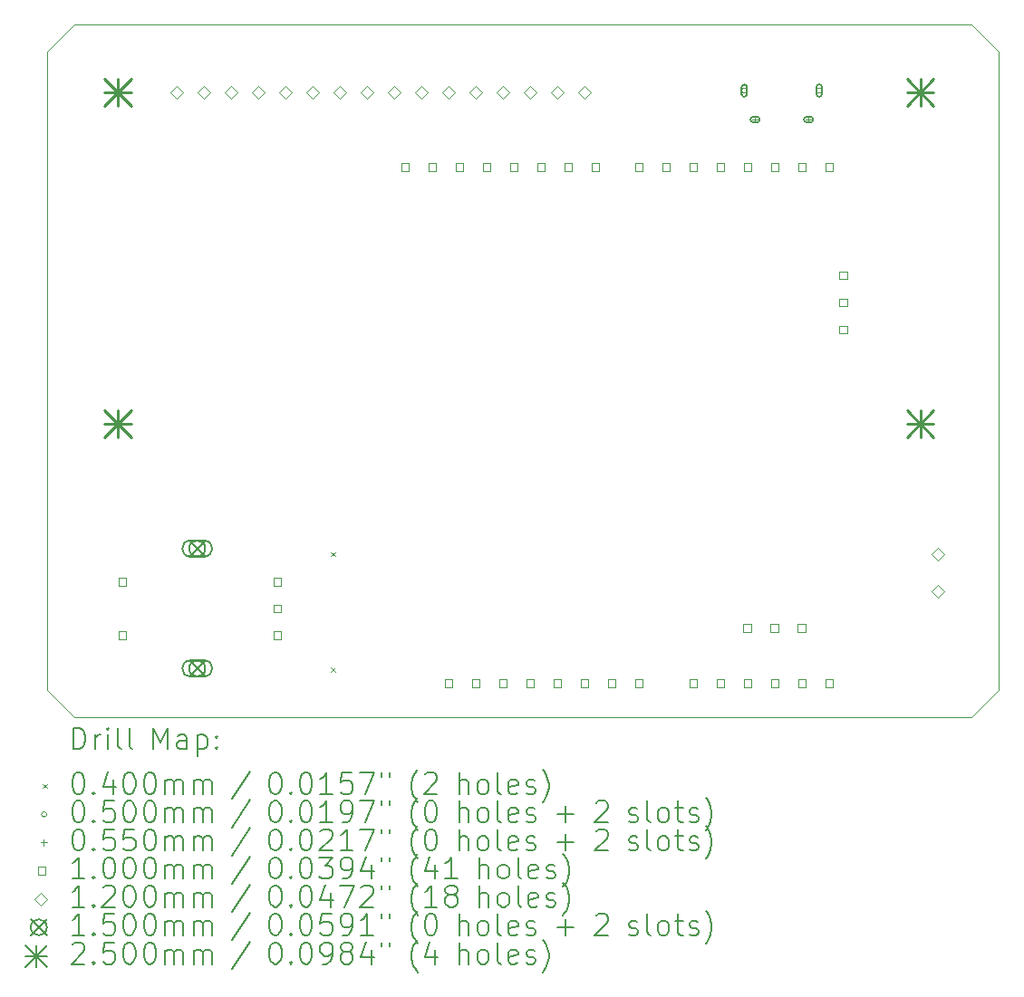
<source format=gbr>
%TF.GenerationSoftware,KiCad,Pcbnew,(7.0.0)*%
%TF.CreationDate,2023-02-28T15:15:28-06:00*%
%TF.ProjectId,Film_Dev_Robot,46696c6d-5f44-4657-965f-526f626f742e,rev?*%
%TF.SameCoordinates,Original*%
%TF.FileFunction,Drillmap*%
%TF.FilePolarity,Positive*%
%FSLAX45Y45*%
G04 Gerber Fmt 4.5, Leading zero omitted, Abs format (unit mm)*
G04 Created by KiCad (PCBNEW (7.0.0)) date 2023-02-28 15:15:28*
%MOMM*%
%LPD*%
G01*
G04 APERTURE LIST*
%ADD10C,0.100000*%
%ADD11C,0.200000*%
%ADD12C,0.040000*%
%ADD13C,0.050000*%
%ADD14C,0.055000*%
%ADD15C,0.120000*%
%ADD16C,0.150000*%
%ADD17C,0.250000*%
G04 APERTURE END LIST*
D10*
X6286500Y-5207000D02*
X6286500Y-11176000D01*
X6286500Y-5207000D02*
X6540500Y-4953000D01*
X14922500Y-11430000D02*
X15176500Y-11176000D01*
X14922500Y-4953000D02*
X15176500Y-5207000D01*
X6540500Y-4953000D02*
X14922500Y-4953000D01*
X6540500Y-11430000D02*
X14922500Y-11430000D01*
X15176500Y-5207000D02*
X15176500Y-11176000D01*
X6286500Y-11176000D02*
X6540500Y-11430000D01*
D11*
D12*
X8933500Y-9886000D02*
X8973500Y-9926000D01*
X8973500Y-9886000D02*
X8933500Y-9926000D01*
X8933500Y-10965500D02*
X8973500Y-11005500D01*
X8973500Y-10965500D02*
X8933500Y-11005500D01*
D13*
X12823500Y-5572000D02*
G75*
G03*
X12823500Y-5572000I-25000J0D01*
G01*
D11*
X12823500Y-5604500D02*
X12823500Y-5539500D01*
X12823500Y-5539500D02*
G75*
G03*
X12773500Y-5539500I-25000J0D01*
G01*
X12773500Y-5539500D02*
X12773500Y-5604500D01*
X12773500Y-5604500D02*
G75*
G03*
X12823500Y-5604500I25000J0D01*
G01*
D13*
X13523500Y-5572000D02*
G75*
G03*
X13523500Y-5572000I-25000J0D01*
G01*
D11*
X13523500Y-5604500D02*
X13523500Y-5539500D01*
X13523500Y-5539500D02*
G75*
G03*
X13473500Y-5539500I-25000J0D01*
G01*
X13473500Y-5539500D02*
X13473500Y-5604500D01*
X13473500Y-5604500D02*
G75*
G03*
X13523500Y-5604500I25000J0D01*
G01*
D14*
X12898500Y-5814500D02*
X12898500Y-5869500D01*
X12871000Y-5842000D02*
X12926000Y-5842000D01*
D11*
X12913500Y-5814500D02*
X12883500Y-5814500D01*
X12883500Y-5814500D02*
G75*
G03*
X12883500Y-5869500I0J-27500D01*
G01*
X12883500Y-5869500D02*
X12913500Y-5869500D01*
X12913500Y-5869500D02*
G75*
G03*
X12913500Y-5814500I0J27500D01*
G01*
D14*
X13398500Y-5814500D02*
X13398500Y-5869500D01*
X13371000Y-5842000D02*
X13426000Y-5842000D01*
D11*
X13413500Y-5814500D02*
X13383500Y-5814500D01*
X13383500Y-5814500D02*
G75*
G03*
X13383500Y-5869500I0J-27500D01*
G01*
X13383500Y-5869500D02*
X13413500Y-5869500D01*
X13413500Y-5869500D02*
G75*
G03*
X13413500Y-5814500I0J27500D01*
G01*
D10*
X7021856Y-10199356D02*
X7021856Y-10128644D01*
X6951144Y-10128644D01*
X6951144Y-10199356D01*
X7021856Y-10199356D01*
X7021856Y-10699356D02*
X7021856Y-10628644D01*
X6951144Y-10628644D01*
X6951144Y-10699356D01*
X7021856Y-10699356D01*
X8471856Y-10199356D02*
X8471856Y-10128644D01*
X8401144Y-10128644D01*
X8401144Y-10199356D01*
X8471856Y-10199356D01*
X8471856Y-10449356D02*
X8471856Y-10378644D01*
X8401144Y-10378644D01*
X8401144Y-10449356D01*
X8471856Y-10449356D01*
X8471856Y-10699356D02*
X8471856Y-10628644D01*
X8401144Y-10628644D01*
X8401144Y-10699356D01*
X8471856Y-10699356D01*
X9662356Y-6321856D02*
X9662356Y-6251144D01*
X9591644Y-6251144D01*
X9591644Y-6321856D01*
X9662356Y-6321856D01*
X9916356Y-6321856D02*
X9916356Y-6251144D01*
X9845644Y-6251144D01*
X9845644Y-6321856D01*
X9916356Y-6321856D01*
X10068356Y-11147856D02*
X10068356Y-11077144D01*
X9997644Y-11077144D01*
X9997644Y-11147856D01*
X10068356Y-11147856D01*
X10170356Y-6321856D02*
X10170356Y-6251144D01*
X10099644Y-6251144D01*
X10099644Y-6321856D01*
X10170356Y-6321856D01*
X10322356Y-11147856D02*
X10322356Y-11077144D01*
X10251644Y-11077144D01*
X10251644Y-11147856D01*
X10322356Y-11147856D01*
X10424356Y-6321856D02*
X10424356Y-6251144D01*
X10353644Y-6251144D01*
X10353644Y-6321856D01*
X10424356Y-6321856D01*
X10576356Y-11147856D02*
X10576356Y-11077144D01*
X10505644Y-11077144D01*
X10505644Y-11147856D01*
X10576356Y-11147856D01*
X10678356Y-6321856D02*
X10678356Y-6251144D01*
X10607644Y-6251144D01*
X10607644Y-6321856D01*
X10678356Y-6321856D01*
X10830356Y-11147856D02*
X10830356Y-11077144D01*
X10759644Y-11077144D01*
X10759644Y-11147856D01*
X10830356Y-11147856D01*
X10932356Y-6321856D02*
X10932356Y-6251144D01*
X10861644Y-6251144D01*
X10861644Y-6321856D01*
X10932356Y-6321856D01*
X11084356Y-11147856D02*
X11084356Y-11077144D01*
X11013644Y-11077144D01*
X11013644Y-11147856D01*
X11084356Y-11147856D01*
X11186356Y-6321856D02*
X11186356Y-6251144D01*
X11115644Y-6251144D01*
X11115644Y-6321856D01*
X11186356Y-6321856D01*
X11338356Y-11147856D02*
X11338356Y-11077144D01*
X11267644Y-11077144D01*
X11267644Y-11147856D01*
X11338356Y-11147856D01*
X11440356Y-6321856D02*
X11440356Y-6251144D01*
X11369644Y-6251144D01*
X11369644Y-6321856D01*
X11440356Y-6321856D01*
X11592356Y-11147856D02*
X11592356Y-11077144D01*
X11521644Y-11077144D01*
X11521644Y-11147856D01*
X11592356Y-11147856D01*
X11846356Y-6321856D02*
X11846356Y-6251144D01*
X11775644Y-6251144D01*
X11775644Y-6321856D01*
X11846356Y-6321856D01*
X11846356Y-11147856D02*
X11846356Y-11077144D01*
X11775644Y-11077144D01*
X11775644Y-11147856D01*
X11846356Y-11147856D01*
X12100356Y-6321856D02*
X12100356Y-6251144D01*
X12029644Y-6251144D01*
X12029644Y-6321856D01*
X12100356Y-6321856D01*
X12354356Y-6321856D02*
X12354356Y-6251144D01*
X12283644Y-6251144D01*
X12283644Y-6321856D01*
X12354356Y-6321856D01*
X12354356Y-11147856D02*
X12354356Y-11077144D01*
X12283644Y-11077144D01*
X12283644Y-11147856D01*
X12354356Y-11147856D01*
X12608356Y-6321856D02*
X12608356Y-6251144D01*
X12537644Y-6251144D01*
X12537644Y-6321856D01*
X12608356Y-6321856D01*
X12608356Y-11147856D02*
X12608356Y-11077144D01*
X12537644Y-11077144D01*
X12537644Y-11147856D01*
X12608356Y-11147856D01*
X12860856Y-10632356D02*
X12860856Y-10561644D01*
X12790144Y-10561644D01*
X12790144Y-10632356D01*
X12860856Y-10632356D01*
X12862356Y-6321856D02*
X12862356Y-6251144D01*
X12791644Y-6251144D01*
X12791644Y-6321856D01*
X12862356Y-6321856D01*
X12862356Y-11147856D02*
X12862356Y-11077144D01*
X12791644Y-11077144D01*
X12791644Y-11147856D01*
X12862356Y-11147856D01*
X13114856Y-10632356D02*
X13114856Y-10561644D01*
X13044144Y-10561644D01*
X13044144Y-10632356D01*
X13114856Y-10632356D01*
X13116356Y-6321856D02*
X13116356Y-6251144D01*
X13045644Y-6251144D01*
X13045644Y-6321856D01*
X13116356Y-6321856D01*
X13116356Y-11147856D02*
X13116356Y-11077144D01*
X13045644Y-11077144D01*
X13045644Y-11147856D01*
X13116356Y-11147856D01*
X13368856Y-10632356D02*
X13368856Y-10561644D01*
X13298144Y-10561644D01*
X13298144Y-10632356D01*
X13368856Y-10632356D01*
X13370356Y-6321856D02*
X13370356Y-6251144D01*
X13299644Y-6251144D01*
X13299644Y-6321856D01*
X13370356Y-6321856D01*
X13370356Y-11147856D02*
X13370356Y-11077144D01*
X13299644Y-11077144D01*
X13299644Y-11147856D01*
X13370356Y-11147856D01*
X13624356Y-6321856D02*
X13624356Y-6251144D01*
X13553644Y-6251144D01*
X13553644Y-6321856D01*
X13624356Y-6321856D01*
X13624356Y-11147856D02*
X13624356Y-11077144D01*
X13553644Y-11077144D01*
X13553644Y-11147856D01*
X13624356Y-11147856D01*
X13758356Y-7336356D02*
X13758356Y-7265644D01*
X13687644Y-7265644D01*
X13687644Y-7336356D01*
X13758356Y-7336356D01*
X13758356Y-7590356D02*
X13758356Y-7519644D01*
X13687644Y-7519644D01*
X13687644Y-7590356D01*
X13758356Y-7590356D01*
X13758356Y-7844356D02*
X13758356Y-7773644D01*
X13687644Y-7773644D01*
X13687644Y-7844356D01*
X13758356Y-7844356D01*
D15*
X7493000Y-5648000D02*
X7553000Y-5588000D01*
X7493000Y-5528000D01*
X7433000Y-5588000D01*
X7493000Y-5648000D01*
X7747000Y-5648000D02*
X7807000Y-5588000D01*
X7747000Y-5528000D01*
X7687000Y-5588000D01*
X7747000Y-5648000D01*
X8001000Y-5648000D02*
X8061000Y-5588000D01*
X8001000Y-5528000D01*
X7941000Y-5588000D01*
X8001000Y-5648000D01*
X8255000Y-5648000D02*
X8315000Y-5588000D01*
X8255000Y-5528000D01*
X8195000Y-5588000D01*
X8255000Y-5648000D01*
X8509000Y-5648000D02*
X8569000Y-5588000D01*
X8509000Y-5528000D01*
X8449000Y-5588000D01*
X8509000Y-5648000D01*
X8763000Y-5648000D02*
X8823000Y-5588000D01*
X8763000Y-5528000D01*
X8703000Y-5588000D01*
X8763000Y-5648000D01*
X9017000Y-5648000D02*
X9077000Y-5588000D01*
X9017000Y-5528000D01*
X8957000Y-5588000D01*
X9017000Y-5648000D01*
X9271000Y-5648000D02*
X9331000Y-5588000D01*
X9271000Y-5528000D01*
X9211000Y-5588000D01*
X9271000Y-5648000D01*
X9525000Y-5648000D02*
X9585000Y-5588000D01*
X9525000Y-5528000D01*
X9465000Y-5588000D01*
X9525000Y-5648000D01*
X9779000Y-5648000D02*
X9839000Y-5588000D01*
X9779000Y-5528000D01*
X9719000Y-5588000D01*
X9779000Y-5648000D01*
X10033000Y-5648000D02*
X10093000Y-5588000D01*
X10033000Y-5528000D01*
X9973000Y-5588000D01*
X10033000Y-5648000D01*
X10287000Y-5648000D02*
X10347000Y-5588000D01*
X10287000Y-5528000D01*
X10227000Y-5588000D01*
X10287000Y-5648000D01*
X10541000Y-5648000D02*
X10601000Y-5588000D01*
X10541000Y-5528000D01*
X10481000Y-5588000D01*
X10541000Y-5648000D01*
X10795000Y-5648000D02*
X10855000Y-5588000D01*
X10795000Y-5528000D01*
X10735000Y-5588000D01*
X10795000Y-5648000D01*
X11049000Y-5648000D02*
X11109000Y-5588000D01*
X11049000Y-5528000D01*
X10989000Y-5588000D01*
X11049000Y-5648000D01*
X11303000Y-5648000D02*
X11363000Y-5588000D01*
X11303000Y-5528000D01*
X11243000Y-5588000D01*
X11303000Y-5648000D01*
X14605000Y-9966000D02*
X14665000Y-9906000D01*
X14605000Y-9846000D01*
X14545000Y-9906000D01*
X14605000Y-9966000D01*
X14605000Y-10316000D02*
X14665000Y-10256000D01*
X14605000Y-10196000D01*
X14545000Y-10256000D01*
X14605000Y-10316000D01*
D16*
X7611500Y-9779000D02*
X7761500Y-9929000D01*
X7761500Y-9779000D02*
X7611500Y-9929000D01*
X7761500Y-9854000D02*
G75*
G03*
X7761500Y-9854000I-75000J0D01*
G01*
D11*
X7751500Y-9779000D02*
X7621500Y-9779000D01*
X7621500Y-9779000D02*
G75*
G03*
X7621500Y-9929000I0J-75000D01*
G01*
X7621500Y-9929000D02*
X7751500Y-9929000D01*
X7751500Y-9929000D02*
G75*
G03*
X7751500Y-9779000I0J75000D01*
G01*
D16*
X7611500Y-10899000D02*
X7761500Y-11049000D01*
X7761500Y-10899000D02*
X7611500Y-11049000D01*
X7761500Y-10974000D02*
G75*
G03*
X7761500Y-10974000I-75000J0D01*
G01*
D11*
X7751500Y-10899000D02*
X7621500Y-10899000D01*
X7621500Y-10899000D02*
G75*
G03*
X7621500Y-11049000I0J-75000D01*
G01*
X7621500Y-11049000D02*
X7751500Y-11049000D01*
X7751500Y-11049000D02*
G75*
G03*
X7751500Y-10899000I0J75000D01*
G01*
D17*
X6818090Y-5463000D02*
X7068090Y-5713000D01*
X7068090Y-5463000D02*
X6818090Y-5713000D01*
X6943090Y-5463000D02*
X6943090Y-5713000D01*
X6818090Y-5588000D02*
X7068090Y-5588000D01*
X6818090Y-8563070D02*
X7068090Y-8813070D01*
X7068090Y-8563070D02*
X6818090Y-8813070D01*
X6943090Y-8563070D02*
X6943090Y-8813070D01*
X6818090Y-8688070D02*
X7068090Y-8688070D01*
X14317948Y-8563070D02*
X14567948Y-8813070D01*
X14567948Y-8563070D02*
X14317948Y-8813070D01*
X14442948Y-8563070D02*
X14442948Y-8813070D01*
X14317948Y-8688070D02*
X14567948Y-8688070D01*
X14318000Y-5463000D02*
X14568000Y-5713000D01*
X14568000Y-5463000D02*
X14318000Y-5713000D01*
X14443000Y-5463000D02*
X14443000Y-5713000D01*
X14318000Y-5588000D02*
X14568000Y-5588000D01*
D11*
X6529119Y-11728476D02*
X6529119Y-11528476D01*
X6529119Y-11528476D02*
X6576738Y-11528476D01*
X6576738Y-11528476D02*
X6605309Y-11538000D01*
X6605309Y-11538000D02*
X6624357Y-11557048D01*
X6624357Y-11557048D02*
X6633881Y-11576095D01*
X6633881Y-11576095D02*
X6643405Y-11614190D01*
X6643405Y-11614190D02*
X6643405Y-11642762D01*
X6643405Y-11642762D02*
X6633881Y-11680857D01*
X6633881Y-11680857D02*
X6624357Y-11699905D01*
X6624357Y-11699905D02*
X6605309Y-11718952D01*
X6605309Y-11718952D02*
X6576738Y-11728476D01*
X6576738Y-11728476D02*
X6529119Y-11728476D01*
X6729119Y-11728476D02*
X6729119Y-11595143D01*
X6729119Y-11633238D02*
X6738643Y-11614190D01*
X6738643Y-11614190D02*
X6748167Y-11604667D01*
X6748167Y-11604667D02*
X6767214Y-11595143D01*
X6767214Y-11595143D02*
X6786262Y-11595143D01*
X6852928Y-11728476D02*
X6852928Y-11595143D01*
X6852928Y-11528476D02*
X6843405Y-11538000D01*
X6843405Y-11538000D02*
X6852928Y-11547524D01*
X6852928Y-11547524D02*
X6862452Y-11538000D01*
X6862452Y-11538000D02*
X6852928Y-11528476D01*
X6852928Y-11528476D02*
X6852928Y-11547524D01*
X6976738Y-11728476D02*
X6957690Y-11718952D01*
X6957690Y-11718952D02*
X6948167Y-11699905D01*
X6948167Y-11699905D02*
X6948167Y-11528476D01*
X7081500Y-11728476D02*
X7062452Y-11718952D01*
X7062452Y-11718952D02*
X7052928Y-11699905D01*
X7052928Y-11699905D02*
X7052928Y-11528476D01*
X7277690Y-11728476D02*
X7277690Y-11528476D01*
X7277690Y-11528476D02*
X7344357Y-11671333D01*
X7344357Y-11671333D02*
X7411024Y-11528476D01*
X7411024Y-11528476D02*
X7411024Y-11728476D01*
X7591976Y-11728476D02*
X7591976Y-11623714D01*
X7591976Y-11623714D02*
X7582452Y-11604667D01*
X7582452Y-11604667D02*
X7563405Y-11595143D01*
X7563405Y-11595143D02*
X7525309Y-11595143D01*
X7525309Y-11595143D02*
X7506262Y-11604667D01*
X7591976Y-11718952D02*
X7572928Y-11728476D01*
X7572928Y-11728476D02*
X7525309Y-11728476D01*
X7525309Y-11728476D02*
X7506262Y-11718952D01*
X7506262Y-11718952D02*
X7496738Y-11699905D01*
X7496738Y-11699905D02*
X7496738Y-11680857D01*
X7496738Y-11680857D02*
X7506262Y-11661809D01*
X7506262Y-11661809D02*
X7525309Y-11652286D01*
X7525309Y-11652286D02*
X7572928Y-11652286D01*
X7572928Y-11652286D02*
X7591976Y-11642762D01*
X7687214Y-11595143D02*
X7687214Y-11795143D01*
X7687214Y-11604667D02*
X7706262Y-11595143D01*
X7706262Y-11595143D02*
X7744357Y-11595143D01*
X7744357Y-11595143D02*
X7763405Y-11604667D01*
X7763405Y-11604667D02*
X7772928Y-11614190D01*
X7772928Y-11614190D02*
X7782452Y-11633238D01*
X7782452Y-11633238D02*
X7782452Y-11690381D01*
X7782452Y-11690381D02*
X7772928Y-11709428D01*
X7772928Y-11709428D02*
X7763405Y-11718952D01*
X7763405Y-11718952D02*
X7744357Y-11728476D01*
X7744357Y-11728476D02*
X7706262Y-11728476D01*
X7706262Y-11728476D02*
X7687214Y-11718952D01*
X7868167Y-11709428D02*
X7877690Y-11718952D01*
X7877690Y-11718952D02*
X7868167Y-11728476D01*
X7868167Y-11728476D02*
X7858643Y-11718952D01*
X7858643Y-11718952D02*
X7868167Y-11709428D01*
X7868167Y-11709428D02*
X7868167Y-11728476D01*
X7868167Y-11604667D02*
X7877690Y-11614190D01*
X7877690Y-11614190D02*
X7868167Y-11623714D01*
X7868167Y-11623714D02*
X7858643Y-11614190D01*
X7858643Y-11614190D02*
X7868167Y-11604667D01*
X7868167Y-11604667D02*
X7868167Y-11623714D01*
D12*
X6241500Y-12055000D02*
X6281500Y-12095000D01*
X6281500Y-12055000D02*
X6241500Y-12095000D01*
D11*
X6567214Y-11948476D02*
X6586262Y-11948476D01*
X6586262Y-11948476D02*
X6605309Y-11958000D01*
X6605309Y-11958000D02*
X6614833Y-11967524D01*
X6614833Y-11967524D02*
X6624357Y-11986571D01*
X6624357Y-11986571D02*
X6633881Y-12024667D01*
X6633881Y-12024667D02*
X6633881Y-12072286D01*
X6633881Y-12072286D02*
X6624357Y-12110381D01*
X6624357Y-12110381D02*
X6614833Y-12129428D01*
X6614833Y-12129428D02*
X6605309Y-12138952D01*
X6605309Y-12138952D02*
X6586262Y-12148476D01*
X6586262Y-12148476D02*
X6567214Y-12148476D01*
X6567214Y-12148476D02*
X6548167Y-12138952D01*
X6548167Y-12138952D02*
X6538643Y-12129428D01*
X6538643Y-12129428D02*
X6529119Y-12110381D01*
X6529119Y-12110381D02*
X6519595Y-12072286D01*
X6519595Y-12072286D02*
X6519595Y-12024667D01*
X6519595Y-12024667D02*
X6529119Y-11986571D01*
X6529119Y-11986571D02*
X6538643Y-11967524D01*
X6538643Y-11967524D02*
X6548167Y-11958000D01*
X6548167Y-11958000D02*
X6567214Y-11948476D01*
X6719595Y-12129428D02*
X6729119Y-12138952D01*
X6729119Y-12138952D02*
X6719595Y-12148476D01*
X6719595Y-12148476D02*
X6710071Y-12138952D01*
X6710071Y-12138952D02*
X6719595Y-12129428D01*
X6719595Y-12129428D02*
X6719595Y-12148476D01*
X6900548Y-12015143D02*
X6900548Y-12148476D01*
X6852928Y-11938952D02*
X6805309Y-12081809D01*
X6805309Y-12081809D02*
X6929119Y-12081809D01*
X7043405Y-11948476D02*
X7062452Y-11948476D01*
X7062452Y-11948476D02*
X7081500Y-11958000D01*
X7081500Y-11958000D02*
X7091024Y-11967524D01*
X7091024Y-11967524D02*
X7100548Y-11986571D01*
X7100548Y-11986571D02*
X7110071Y-12024667D01*
X7110071Y-12024667D02*
X7110071Y-12072286D01*
X7110071Y-12072286D02*
X7100548Y-12110381D01*
X7100548Y-12110381D02*
X7091024Y-12129428D01*
X7091024Y-12129428D02*
X7081500Y-12138952D01*
X7081500Y-12138952D02*
X7062452Y-12148476D01*
X7062452Y-12148476D02*
X7043405Y-12148476D01*
X7043405Y-12148476D02*
X7024357Y-12138952D01*
X7024357Y-12138952D02*
X7014833Y-12129428D01*
X7014833Y-12129428D02*
X7005309Y-12110381D01*
X7005309Y-12110381D02*
X6995786Y-12072286D01*
X6995786Y-12072286D02*
X6995786Y-12024667D01*
X6995786Y-12024667D02*
X7005309Y-11986571D01*
X7005309Y-11986571D02*
X7014833Y-11967524D01*
X7014833Y-11967524D02*
X7024357Y-11958000D01*
X7024357Y-11958000D02*
X7043405Y-11948476D01*
X7233881Y-11948476D02*
X7252929Y-11948476D01*
X7252929Y-11948476D02*
X7271976Y-11958000D01*
X7271976Y-11958000D02*
X7281500Y-11967524D01*
X7281500Y-11967524D02*
X7291024Y-11986571D01*
X7291024Y-11986571D02*
X7300548Y-12024667D01*
X7300548Y-12024667D02*
X7300548Y-12072286D01*
X7300548Y-12072286D02*
X7291024Y-12110381D01*
X7291024Y-12110381D02*
X7281500Y-12129428D01*
X7281500Y-12129428D02*
X7271976Y-12138952D01*
X7271976Y-12138952D02*
X7252929Y-12148476D01*
X7252929Y-12148476D02*
X7233881Y-12148476D01*
X7233881Y-12148476D02*
X7214833Y-12138952D01*
X7214833Y-12138952D02*
X7205309Y-12129428D01*
X7205309Y-12129428D02*
X7195786Y-12110381D01*
X7195786Y-12110381D02*
X7186262Y-12072286D01*
X7186262Y-12072286D02*
X7186262Y-12024667D01*
X7186262Y-12024667D02*
X7195786Y-11986571D01*
X7195786Y-11986571D02*
X7205309Y-11967524D01*
X7205309Y-11967524D02*
X7214833Y-11958000D01*
X7214833Y-11958000D02*
X7233881Y-11948476D01*
X7386262Y-12148476D02*
X7386262Y-12015143D01*
X7386262Y-12034190D02*
X7395786Y-12024667D01*
X7395786Y-12024667D02*
X7414833Y-12015143D01*
X7414833Y-12015143D02*
X7443405Y-12015143D01*
X7443405Y-12015143D02*
X7462452Y-12024667D01*
X7462452Y-12024667D02*
X7471976Y-12043714D01*
X7471976Y-12043714D02*
X7471976Y-12148476D01*
X7471976Y-12043714D02*
X7481500Y-12024667D01*
X7481500Y-12024667D02*
X7500548Y-12015143D01*
X7500548Y-12015143D02*
X7529119Y-12015143D01*
X7529119Y-12015143D02*
X7548167Y-12024667D01*
X7548167Y-12024667D02*
X7557690Y-12043714D01*
X7557690Y-12043714D02*
X7557690Y-12148476D01*
X7652929Y-12148476D02*
X7652929Y-12015143D01*
X7652929Y-12034190D02*
X7662452Y-12024667D01*
X7662452Y-12024667D02*
X7681500Y-12015143D01*
X7681500Y-12015143D02*
X7710071Y-12015143D01*
X7710071Y-12015143D02*
X7729119Y-12024667D01*
X7729119Y-12024667D02*
X7738643Y-12043714D01*
X7738643Y-12043714D02*
X7738643Y-12148476D01*
X7738643Y-12043714D02*
X7748167Y-12024667D01*
X7748167Y-12024667D02*
X7767214Y-12015143D01*
X7767214Y-12015143D02*
X7795786Y-12015143D01*
X7795786Y-12015143D02*
X7814833Y-12024667D01*
X7814833Y-12024667D02*
X7824357Y-12043714D01*
X7824357Y-12043714D02*
X7824357Y-12148476D01*
X8182452Y-11938952D02*
X8011024Y-12196095D01*
X8407214Y-11948476D02*
X8426262Y-11948476D01*
X8426262Y-11948476D02*
X8445310Y-11958000D01*
X8445310Y-11958000D02*
X8454833Y-11967524D01*
X8454833Y-11967524D02*
X8464357Y-11986571D01*
X8464357Y-11986571D02*
X8473881Y-12024667D01*
X8473881Y-12024667D02*
X8473881Y-12072286D01*
X8473881Y-12072286D02*
X8464357Y-12110381D01*
X8464357Y-12110381D02*
X8454833Y-12129428D01*
X8454833Y-12129428D02*
X8445310Y-12138952D01*
X8445310Y-12138952D02*
X8426262Y-12148476D01*
X8426262Y-12148476D02*
X8407214Y-12148476D01*
X8407214Y-12148476D02*
X8388167Y-12138952D01*
X8388167Y-12138952D02*
X8378643Y-12129428D01*
X8378643Y-12129428D02*
X8369119Y-12110381D01*
X8369119Y-12110381D02*
X8359595Y-12072286D01*
X8359595Y-12072286D02*
X8359595Y-12024667D01*
X8359595Y-12024667D02*
X8369119Y-11986571D01*
X8369119Y-11986571D02*
X8378643Y-11967524D01*
X8378643Y-11967524D02*
X8388167Y-11958000D01*
X8388167Y-11958000D02*
X8407214Y-11948476D01*
X8559595Y-12129428D02*
X8569119Y-12138952D01*
X8569119Y-12138952D02*
X8559595Y-12148476D01*
X8559595Y-12148476D02*
X8550072Y-12138952D01*
X8550072Y-12138952D02*
X8559595Y-12129428D01*
X8559595Y-12129428D02*
X8559595Y-12148476D01*
X8692929Y-11948476D02*
X8711976Y-11948476D01*
X8711976Y-11948476D02*
X8731024Y-11958000D01*
X8731024Y-11958000D02*
X8740548Y-11967524D01*
X8740548Y-11967524D02*
X8750072Y-11986571D01*
X8750072Y-11986571D02*
X8759595Y-12024667D01*
X8759595Y-12024667D02*
X8759595Y-12072286D01*
X8759595Y-12072286D02*
X8750072Y-12110381D01*
X8750072Y-12110381D02*
X8740548Y-12129428D01*
X8740548Y-12129428D02*
X8731024Y-12138952D01*
X8731024Y-12138952D02*
X8711976Y-12148476D01*
X8711976Y-12148476D02*
X8692929Y-12148476D01*
X8692929Y-12148476D02*
X8673881Y-12138952D01*
X8673881Y-12138952D02*
X8664357Y-12129428D01*
X8664357Y-12129428D02*
X8654833Y-12110381D01*
X8654833Y-12110381D02*
X8645310Y-12072286D01*
X8645310Y-12072286D02*
X8645310Y-12024667D01*
X8645310Y-12024667D02*
X8654833Y-11986571D01*
X8654833Y-11986571D02*
X8664357Y-11967524D01*
X8664357Y-11967524D02*
X8673881Y-11958000D01*
X8673881Y-11958000D02*
X8692929Y-11948476D01*
X8950072Y-12148476D02*
X8835786Y-12148476D01*
X8892929Y-12148476D02*
X8892929Y-11948476D01*
X8892929Y-11948476D02*
X8873881Y-11977048D01*
X8873881Y-11977048D02*
X8854833Y-11996095D01*
X8854833Y-11996095D02*
X8835786Y-12005619D01*
X9131024Y-11948476D02*
X9035786Y-11948476D01*
X9035786Y-11948476D02*
X9026262Y-12043714D01*
X9026262Y-12043714D02*
X9035786Y-12034190D01*
X9035786Y-12034190D02*
X9054833Y-12024667D01*
X9054833Y-12024667D02*
X9102453Y-12024667D01*
X9102453Y-12024667D02*
X9121500Y-12034190D01*
X9121500Y-12034190D02*
X9131024Y-12043714D01*
X9131024Y-12043714D02*
X9140548Y-12062762D01*
X9140548Y-12062762D02*
X9140548Y-12110381D01*
X9140548Y-12110381D02*
X9131024Y-12129428D01*
X9131024Y-12129428D02*
X9121500Y-12138952D01*
X9121500Y-12138952D02*
X9102453Y-12148476D01*
X9102453Y-12148476D02*
X9054833Y-12148476D01*
X9054833Y-12148476D02*
X9035786Y-12138952D01*
X9035786Y-12138952D02*
X9026262Y-12129428D01*
X9207214Y-11948476D02*
X9340548Y-11948476D01*
X9340548Y-11948476D02*
X9254833Y-12148476D01*
X9407214Y-11948476D02*
X9407214Y-11986571D01*
X9483405Y-11948476D02*
X9483405Y-11986571D01*
X9746262Y-12224667D02*
X9736738Y-12215143D01*
X9736738Y-12215143D02*
X9717691Y-12186571D01*
X9717691Y-12186571D02*
X9708167Y-12167524D01*
X9708167Y-12167524D02*
X9698643Y-12138952D01*
X9698643Y-12138952D02*
X9689119Y-12091333D01*
X9689119Y-12091333D02*
X9689119Y-12053238D01*
X9689119Y-12053238D02*
X9698643Y-12005619D01*
X9698643Y-12005619D02*
X9708167Y-11977048D01*
X9708167Y-11977048D02*
X9717691Y-11958000D01*
X9717691Y-11958000D02*
X9736738Y-11929428D01*
X9736738Y-11929428D02*
X9746262Y-11919905D01*
X9812929Y-11967524D02*
X9822453Y-11958000D01*
X9822453Y-11958000D02*
X9841500Y-11948476D01*
X9841500Y-11948476D02*
X9889119Y-11948476D01*
X9889119Y-11948476D02*
X9908167Y-11958000D01*
X9908167Y-11958000D02*
X9917691Y-11967524D01*
X9917691Y-11967524D02*
X9927214Y-11986571D01*
X9927214Y-11986571D02*
X9927214Y-12005619D01*
X9927214Y-12005619D02*
X9917691Y-12034190D01*
X9917691Y-12034190D02*
X9803405Y-12148476D01*
X9803405Y-12148476D02*
X9927214Y-12148476D01*
X10132929Y-12148476D02*
X10132929Y-11948476D01*
X10218643Y-12148476D02*
X10218643Y-12043714D01*
X10218643Y-12043714D02*
X10209119Y-12024667D01*
X10209119Y-12024667D02*
X10190072Y-12015143D01*
X10190072Y-12015143D02*
X10161500Y-12015143D01*
X10161500Y-12015143D02*
X10142453Y-12024667D01*
X10142453Y-12024667D02*
X10132929Y-12034190D01*
X10342453Y-12148476D02*
X10323405Y-12138952D01*
X10323405Y-12138952D02*
X10313881Y-12129428D01*
X10313881Y-12129428D02*
X10304357Y-12110381D01*
X10304357Y-12110381D02*
X10304357Y-12053238D01*
X10304357Y-12053238D02*
X10313881Y-12034190D01*
X10313881Y-12034190D02*
X10323405Y-12024667D01*
X10323405Y-12024667D02*
X10342453Y-12015143D01*
X10342453Y-12015143D02*
X10371024Y-12015143D01*
X10371024Y-12015143D02*
X10390072Y-12024667D01*
X10390072Y-12024667D02*
X10399595Y-12034190D01*
X10399595Y-12034190D02*
X10409119Y-12053238D01*
X10409119Y-12053238D02*
X10409119Y-12110381D01*
X10409119Y-12110381D02*
X10399595Y-12129428D01*
X10399595Y-12129428D02*
X10390072Y-12138952D01*
X10390072Y-12138952D02*
X10371024Y-12148476D01*
X10371024Y-12148476D02*
X10342453Y-12148476D01*
X10523405Y-12148476D02*
X10504357Y-12138952D01*
X10504357Y-12138952D02*
X10494834Y-12119905D01*
X10494834Y-12119905D02*
X10494834Y-11948476D01*
X10675786Y-12138952D02*
X10656738Y-12148476D01*
X10656738Y-12148476D02*
X10618643Y-12148476D01*
X10618643Y-12148476D02*
X10599595Y-12138952D01*
X10599595Y-12138952D02*
X10590072Y-12119905D01*
X10590072Y-12119905D02*
X10590072Y-12043714D01*
X10590072Y-12043714D02*
X10599595Y-12024667D01*
X10599595Y-12024667D02*
X10618643Y-12015143D01*
X10618643Y-12015143D02*
X10656738Y-12015143D01*
X10656738Y-12015143D02*
X10675786Y-12024667D01*
X10675786Y-12024667D02*
X10685310Y-12043714D01*
X10685310Y-12043714D02*
X10685310Y-12062762D01*
X10685310Y-12062762D02*
X10590072Y-12081809D01*
X10761500Y-12138952D02*
X10780548Y-12148476D01*
X10780548Y-12148476D02*
X10818643Y-12148476D01*
X10818643Y-12148476D02*
X10837691Y-12138952D01*
X10837691Y-12138952D02*
X10847215Y-12119905D01*
X10847215Y-12119905D02*
X10847215Y-12110381D01*
X10847215Y-12110381D02*
X10837691Y-12091333D01*
X10837691Y-12091333D02*
X10818643Y-12081809D01*
X10818643Y-12081809D02*
X10790072Y-12081809D01*
X10790072Y-12081809D02*
X10771024Y-12072286D01*
X10771024Y-12072286D02*
X10761500Y-12053238D01*
X10761500Y-12053238D02*
X10761500Y-12043714D01*
X10761500Y-12043714D02*
X10771024Y-12024667D01*
X10771024Y-12024667D02*
X10790072Y-12015143D01*
X10790072Y-12015143D02*
X10818643Y-12015143D01*
X10818643Y-12015143D02*
X10837691Y-12024667D01*
X10913881Y-12224667D02*
X10923405Y-12215143D01*
X10923405Y-12215143D02*
X10942453Y-12186571D01*
X10942453Y-12186571D02*
X10951976Y-12167524D01*
X10951976Y-12167524D02*
X10961500Y-12138952D01*
X10961500Y-12138952D02*
X10971024Y-12091333D01*
X10971024Y-12091333D02*
X10971024Y-12053238D01*
X10971024Y-12053238D02*
X10961500Y-12005619D01*
X10961500Y-12005619D02*
X10951976Y-11977048D01*
X10951976Y-11977048D02*
X10942453Y-11958000D01*
X10942453Y-11958000D02*
X10923405Y-11929428D01*
X10923405Y-11929428D02*
X10913881Y-11919905D01*
D13*
X6281500Y-12339000D02*
G75*
G03*
X6281500Y-12339000I-25000J0D01*
G01*
D11*
X6567214Y-12212476D02*
X6586262Y-12212476D01*
X6586262Y-12212476D02*
X6605309Y-12222000D01*
X6605309Y-12222000D02*
X6614833Y-12231524D01*
X6614833Y-12231524D02*
X6624357Y-12250571D01*
X6624357Y-12250571D02*
X6633881Y-12288667D01*
X6633881Y-12288667D02*
X6633881Y-12336286D01*
X6633881Y-12336286D02*
X6624357Y-12374381D01*
X6624357Y-12374381D02*
X6614833Y-12393428D01*
X6614833Y-12393428D02*
X6605309Y-12402952D01*
X6605309Y-12402952D02*
X6586262Y-12412476D01*
X6586262Y-12412476D02*
X6567214Y-12412476D01*
X6567214Y-12412476D02*
X6548167Y-12402952D01*
X6548167Y-12402952D02*
X6538643Y-12393428D01*
X6538643Y-12393428D02*
X6529119Y-12374381D01*
X6529119Y-12374381D02*
X6519595Y-12336286D01*
X6519595Y-12336286D02*
X6519595Y-12288667D01*
X6519595Y-12288667D02*
X6529119Y-12250571D01*
X6529119Y-12250571D02*
X6538643Y-12231524D01*
X6538643Y-12231524D02*
X6548167Y-12222000D01*
X6548167Y-12222000D02*
X6567214Y-12212476D01*
X6719595Y-12393428D02*
X6729119Y-12402952D01*
X6729119Y-12402952D02*
X6719595Y-12412476D01*
X6719595Y-12412476D02*
X6710071Y-12402952D01*
X6710071Y-12402952D02*
X6719595Y-12393428D01*
X6719595Y-12393428D02*
X6719595Y-12412476D01*
X6910071Y-12212476D02*
X6814833Y-12212476D01*
X6814833Y-12212476D02*
X6805309Y-12307714D01*
X6805309Y-12307714D02*
X6814833Y-12298190D01*
X6814833Y-12298190D02*
X6833881Y-12288667D01*
X6833881Y-12288667D02*
X6881500Y-12288667D01*
X6881500Y-12288667D02*
X6900548Y-12298190D01*
X6900548Y-12298190D02*
X6910071Y-12307714D01*
X6910071Y-12307714D02*
X6919595Y-12326762D01*
X6919595Y-12326762D02*
X6919595Y-12374381D01*
X6919595Y-12374381D02*
X6910071Y-12393428D01*
X6910071Y-12393428D02*
X6900548Y-12402952D01*
X6900548Y-12402952D02*
X6881500Y-12412476D01*
X6881500Y-12412476D02*
X6833881Y-12412476D01*
X6833881Y-12412476D02*
X6814833Y-12402952D01*
X6814833Y-12402952D02*
X6805309Y-12393428D01*
X7043405Y-12212476D02*
X7062452Y-12212476D01*
X7062452Y-12212476D02*
X7081500Y-12222000D01*
X7081500Y-12222000D02*
X7091024Y-12231524D01*
X7091024Y-12231524D02*
X7100548Y-12250571D01*
X7100548Y-12250571D02*
X7110071Y-12288667D01*
X7110071Y-12288667D02*
X7110071Y-12336286D01*
X7110071Y-12336286D02*
X7100548Y-12374381D01*
X7100548Y-12374381D02*
X7091024Y-12393428D01*
X7091024Y-12393428D02*
X7081500Y-12402952D01*
X7081500Y-12402952D02*
X7062452Y-12412476D01*
X7062452Y-12412476D02*
X7043405Y-12412476D01*
X7043405Y-12412476D02*
X7024357Y-12402952D01*
X7024357Y-12402952D02*
X7014833Y-12393428D01*
X7014833Y-12393428D02*
X7005309Y-12374381D01*
X7005309Y-12374381D02*
X6995786Y-12336286D01*
X6995786Y-12336286D02*
X6995786Y-12288667D01*
X6995786Y-12288667D02*
X7005309Y-12250571D01*
X7005309Y-12250571D02*
X7014833Y-12231524D01*
X7014833Y-12231524D02*
X7024357Y-12222000D01*
X7024357Y-12222000D02*
X7043405Y-12212476D01*
X7233881Y-12212476D02*
X7252929Y-12212476D01*
X7252929Y-12212476D02*
X7271976Y-12222000D01*
X7271976Y-12222000D02*
X7281500Y-12231524D01*
X7281500Y-12231524D02*
X7291024Y-12250571D01*
X7291024Y-12250571D02*
X7300548Y-12288667D01*
X7300548Y-12288667D02*
X7300548Y-12336286D01*
X7300548Y-12336286D02*
X7291024Y-12374381D01*
X7291024Y-12374381D02*
X7281500Y-12393428D01*
X7281500Y-12393428D02*
X7271976Y-12402952D01*
X7271976Y-12402952D02*
X7252929Y-12412476D01*
X7252929Y-12412476D02*
X7233881Y-12412476D01*
X7233881Y-12412476D02*
X7214833Y-12402952D01*
X7214833Y-12402952D02*
X7205309Y-12393428D01*
X7205309Y-12393428D02*
X7195786Y-12374381D01*
X7195786Y-12374381D02*
X7186262Y-12336286D01*
X7186262Y-12336286D02*
X7186262Y-12288667D01*
X7186262Y-12288667D02*
X7195786Y-12250571D01*
X7195786Y-12250571D02*
X7205309Y-12231524D01*
X7205309Y-12231524D02*
X7214833Y-12222000D01*
X7214833Y-12222000D02*
X7233881Y-12212476D01*
X7386262Y-12412476D02*
X7386262Y-12279143D01*
X7386262Y-12298190D02*
X7395786Y-12288667D01*
X7395786Y-12288667D02*
X7414833Y-12279143D01*
X7414833Y-12279143D02*
X7443405Y-12279143D01*
X7443405Y-12279143D02*
X7462452Y-12288667D01*
X7462452Y-12288667D02*
X7471976Y-12307714D01*
X7471976Y-12307714D02*
X7471976Y-12412476D01*
X7471976Y-12307714D02*
X7481500Y-12288667D01*
X7481500Y-12288667D02*
X7500548Y-12279143D01*
X7500548Y-12279143D02*
X7529119Y-12279143D01*
X7529119Y-12279143D02*
X7548167Y-12288667D01*
X7548167Y-12288667D02*
X7557690Y-12307714D01*
X7557690Y-12307714D02*
X7557690Y-12412476D01*
X7652929Y-12412476D02*
X7652929Y-12279143D01*
X7652929Y-12298190D02*
X7662452Y-12288667D01*
X7662452Y-12288667D02*
X7681500Y-12279143D01*
X7681500Y-12279143D02*
X7710071Y-12279143D01*
X7710071Y-12279143D02*
X7729119Y-12288667D01*
X7729119Y-12288667D02*
X7738643Y-12307714D01*
X7738643Y-12307714D02*
X7738643Y-12412476D01*
X7738643Y-12307714D02*
X7748167Y-12288667D01*
X7748167Y-12288667D02*
X7767214Y-12279143D01*
X7767214Y-12279143D02*
X7795786Y-12279143D01*
X7795786Y-12279143D02*
X7814833Y-12288667D01*
X7814833Y-12288667D02*
X7824357Y-12307714D01*
X7824357Y-12307714D02*
X7824357Y-12412476D01*
X8182452Y-12202952D02*
X8011024Y-12460095D01*
X8407214Y-12212476D02*
X8426262Y-12212476D01*
X8426262Y-12212476D02*
X8445310Y-12222000D01*
X8445310Y-12222000D02*
X8454833Y-12231524D01*
X8454833Y-12231524D02*
X8464357Y-12250571D01*
X8464357Y-12250571D02*
X8473881Y-12288667D01*
X8473881Y-12288667D02*
X8473881Y-12336286D01*
X8473881Y-12336286D02*
X8464357Y-12374381D01*
X8464357Y-12374381D02*
X8454833Y-12393428D01*
X8454833Y-12393428D02*
X8445310Y-12402952D01*
X8445310Y-12402952D02*
X8426262Y-12412476D01*
X8426262Y-12412476D02*
X8407214Y-12412476D01*
X8407214Y-12412476D02*
X8388167Y-12402952D01*
X8388167Y-12402952D02*
X8378643Y-12393428D01*
X8378643Y-12393428D02*
X8369119Y-12374381D01*
X8369119Y-12374381D02*
X8359595Y-12336286D01*
X8359595Y-12336286D02*
X8359595Y-12288667D01*
X8359595Y-12288667D02*
X8369119Y-12250571D01*
X8369119Y-12250571D02*
X8378643Y-12231524D01*
X8378643Y-12231524D02*
X8388167Y-12222000D01*
X8388167Y-12222000D02*
X8407214Y-12212476D01*
X8559595Y-12393428D02*
X8569119Y-12402952D01*
X8569119Y-12402952D02*
X8559595Y-12412476D01*
X8559595Y-12412476D02*
X8550072Y-12402952D01*
X8550072Y-12402952D02*
X8559595Y-12393428D01*
X8559595Y-12393428D02*
X8559595Y-12412476D01*
X8692929Y-12212476D02*
X8711976Y-12212476D01*
X8711976Y-12212476D02*
X8731024Y-12222000D01*
X8731024Y-12222000D02*
X8740548Y-12231524D01*
X8740548Y-12231524D02*
X8750072Y-12250571D01*
X8750072Y-12250571D02*
X8759595Y-12288667D01*
X8759595Y-12288667D02*
X8759595Y-12336286D01*
X8759595Y-12336286D02*
X8750072Y-12374381D01*
X8750072Y-12374381D02*
X8740548Y-12393428D01*
X8740548Y-12393428D02*
X8731024Y-12402952D01*
X8731024Y-12402952D02*
X8711976Y-12412476D01*
X8711976Y-12412476D02*
X8692929Y-12412476D01*
X8692929Y-12412476D02*
X8673881Y-12402952D01*
X8673881Y-12402952D02*
X8664357Y-12393428D01*
X8664357Y-12393428D02*
X8654833Y-12374381D01*
X8654833Y-12374381D02*
X8645310Y-12336286D01*
X8645310Y-12336286D02*
X8645310Y-12288667D01*
X8645310Y-12288667D02*
X8654833Y-12250571D01*
X8654833Y-12250571D02*
X8664357Y-12231524D01*
X8664357Y-12231524D02*
X8673881Y-12222000D01*
X8673881Y-12222000D02*
X8692929Y-12212476D01*
X8950072Y-12412476D02*
X8835786Y-12412476D01*
X8892929Y-12412476D02*
X8892929Y-12212476D01*
X8892929Y-12212476D02*
X8873881Y-12241048D01*
X8873881Y-12241048D02*
X8854833Y-12260095D01*
X8854833Y-12260095D02*
X8835786Y-12269619D01*
X9045310Y-12412476D02*
X9083405Y-12412476D01*
X9083405Y-12412476D02*
X9102453Y-12402952D01*
X9102453Y-12402952D02*
X9111976Y-12393428D01*
X9111976Y-12393428D02*
X9131024Y-12364857D01*
X9131024Y-12364857D02*
X9140548Y-12326762D01*
X9140548Y-12326762D02*
X9140548Y-12250571D01*
X9140548Y-12250571D02*
X9131024Y-12231524D01*
X9131024Y-12231524D02*
X9121500Y-12222000D01*
X9121500Y-12222000D02*
X9102453Y-12212476D01*
X9102453Y-12212476D02*
X9064357Y-12212476D01*
X9064357Y-12212476D02*
X9045310Y-12222000D01*
X9045310Y-12222000D02*
X9035786Y-12231524D01*
X9035786Y-12231524D02*
X9026262Y-12250571D01*
X9026262Y-12250571D02*
X9026262Y-12298190D01*
X9026262Y-12298190D02*
X9035786Y-12317238D01*
X9035786Y-12317238D02*
X9045310Y-12326762D01*
X9045310Y-12326762D02*
X9064357Y-12336286D01*
X9064357Y-12336286D02*
X9102453Y-12336286D01*
X9102453Y-12336286D02*
X9121500Y-12326762D01*
X9121500Y-12326762D02*
X9131024Y-12317238D01*
X9131024Y-12317238D02*
X9140548Y-12298190D01*
X9207214Y-12212476D02*
X9340548Y-12212476D01*
X9340548Y-12212476D02*
X9254833Y-12412476D01*
X9407214Y-12212476D02*
X9407214Y-12250571D01*
X9483405Y-12212476D02*
X9483405Y-12250571D01*
X9746262Y-12488667D02*
X9736738Y-12479143D01*
X9736738Y-12479143D02*
X9717691Y-12450571D01*
X9717691Y-12450571D02*
X9708167Y-12431524D01*
X9708167Y-12431524D02*
X9698643Y-12402952D01*
X9698643Y-12402952D02*
X9689119Y-12355333D01*
X9689119Y-12355333D02*
X9689119Y-12317238D01*
X9689119Y-12317238D02*
X9698643Y-12269619D01*
X9698643Y-12269619D02*
X9708167Y-12241048D01*
X9708167Y-12241048D02*
X9717691Y-12222000D01*
X9717691Y-12222000D02*
X9736738Y-12193428D01*
X9736738Y-12193428D02*
X9746262Y-12183905D01*
X9860548Y-12212476D02*
X9879595Y-12212476D01*
X9879595Y-12212476D02*
X9898643Y-12222000D01*
X9898643Y-12222000D02*
X9908167Y-12231524D01*
X9908167Y-12231524D02*
X9917691Y-12250571D01*
X9917691Y-12250571D02*
X9927214Y-12288667D01*
X9927214Y-12288667D02*
X9927214Y-12336286D01*
X9927214Y-12336286D02*
X9917691Y-12374381D01*
X9917691Y-12374381D02*
X9908167Y-12393428D01*
X9908167Y-12393428D02*
X9898643Y-12402952D01*
X9898643Y-12402952D02*
X9879595Y-12412476D01*
X9879595Y-12412476D02*
X9860548Y-12412476D01*
X9860548Y-12412476D02*
X9841500Y-12402952D01*
X9841500Y-12402952D02*
X9831976Y-12393428D01*
X9831976Y-12393428D02*
X9822453Y-12374381D01*
X9822453Y-12374381D02*
X9812929Y-12336286D01*
X9812929Y-12336286D02*
X9812929Y-12288667D01*
X9812929Y-12288667D02*
X9822453Y-12250571D01*
X9822453Y-12250571D02*
X9831976Y-12231524D01*
X9831976Y-12231524D02*
X9841500Y-12222000D01*
X9841500Y-12222000D02*
X9860548Y-12212476D01*
X10132929Y-12412476D02*
X10132929Y-12212476D01*
X10218643Y-12412476D02*
X10218643Y-12307714D01*
X10218643Y-12307714D02*
X10209119Y-12288667D01*
X10209119Y-12288667D02*
X10190072Y-12279143D01*
X10190072Y-12279143D02*
X10161500Y-12279143D01*
X10161500Y-12279143D02*
X10142453Y-12288667D01*
X10142453Y-12288667D02*
X10132929Y-12298190D01*
X10342453Y-12412476D02*
X10323405Y-12402952D01*
X10323405Y-12402952D02*
X10313881Y-12393428D01*
X10313881Y-12393428D02*
X10304357Y-12374381D01*
X10304357Y-12374381D02*
X10304357Y-12317238D01*
X10304357Y-12317238D02*
X10313881Y-12298190D01*
X10313881Y-12298190D02*
X10323405Y-12288667D01*
X10323405Y-12288667D02*
X10342453Y-12279143D01*
X10342453Y-12279143D02*
X10371024Y-12279143D01*
X10371024Y-12279143D02*
X10390072Y-12288667D01*
X10390072Y-12288667D02*
X10399595Y-12298190D01*
X10399595Y-12298190D02*
X10409119Y-12317238D01*
X10409119Y-12317238D02*
X10409119Y-12374381D01*
X10409119Y-12374381D02*
X10399595Y-12393428D01*
X10399595Y-12393428D02*
X10390072Y-12402952D01*
X10390072Y-12402952D02*
X10371024Y-12412476D01*
X10371024Y-12412476D02*
X10342453Y-12412476D01*
X10523405Y-12412476D02*
X10504357Y-12402952D01*
X10504357Y-12402952D02*
X10494834Y-12383905D01*
X10494834Y-12383905D02*
X10494834Y-12212476D01*
X10675786Y-12402952D02*
X10656738Y-12412476D01*
X10656738Y-12412476D02*
X10618643Y-12412476D01*
X10618643Y-12412476D02*
X10599595Y-12402952D01*
X10599595Y-12402952D02*
X10590072Y-12383905D01*
X10590072Y-12383905D02*
X10590072Y-12307714D01*
X10590072Y-12307714D02*
X10599595Y-12288667D01*
X10599595Y-12288667D02*
X10618643Y-12279143D01*
X10618643Y-12279143D02*
X10656738Y-12279143D01*
X10656738Y-12279143D02*
X10675786Y-12288667D01*
X10675786Y-12288667D02*
X10685310Y-12307714D01*
X10685310Y-12307714D02*
X10685310Y-12326762D01*
X10685310Y-12326762D02*
X10590072Y-12345809D01*
X10761500Y-12402952D02*
X10780548Y-12412476D01*
X10780548Y-12412476D02*
X10818643Y-12412476D01*
X10818643Y-12412476D02*
X10837691Y-12402952D01*
X10837691Y-12402952D02*
X10847215Y-12383905D01*
X10847215Y-12383905D02*
X10847215Y-12374381D01*
X10847215Y-12374381D02*
X10837691Y-12355333D01*
X10837691Y-12355333D02*
X10818643Y-12345809D01*
X10818643Y-12345809D02*
X10790072Y-12345809D01*
X10790072Y-12345809D02*
X10771024Y-12336286D01*
X10771024Y-12336286D02*
X10761500Y-12317238D01*
X10761500Y-12317238D02*
X10761500Y-12307714D01*
X10761500Y-12307714D02*
X10771024Y-12288667D01*
X10771024Y-12288667D02*
X10790072Y-12279143D01*
X10790072Y-12279143D02*
X10818643Y-12279143D01*
X10818643Y-12279143D02*
X10837691Y-12288667D01*
X11052929Y-12336286D02*
X11205310Y-12336286D01*
X11129119Y-12412476D02*
X11129119Y-12260095D01*
X11411024Y-12231524D02*
X11420548Y-12222000D01*
X11420548Y-12222000D02*
X11439595Y-12212476D01*
X11439595Y-12212476D02*
X11487214Y-12212476D01*
X11487214Y-12212476D02*
X11506262Y-12222000D01*
X11506262Y-12222000D02*
X11515786Y-12231524D01*
X11515786Y-12231524D02*
X11525310Y-12250571D01*
X11525310Y-12250571D02*
X11525310Y-12269619D01*
X11525310Y-12269619D02*
X11515786Y-12298190D01*
X11515786Y-12298190D02*
X11401500Y-12412476D01*
X11401500Y-12412476D02*
X11525310Y-12412476D01*
X11721500Y-12402952D02*
X11740548Y-12412476D01*
X11740548Y-12412476D02*
X11778643Y-12412476D01*
X11778643Y-12412476D02*
X11797691Y-12402952D01*
X11797691Y-12402952D02*
X11807214Y-12383905D01*
X11807214Y-12383905D02*
X11807214Y-12374381D01*
X11807214Y-12374381D02*
X11797691Y-12355333D01*
X11797691Y-12355333D02*
X11778643Y-12345809D01*
X11778643Y-12345809D02*
X11750072Y-12345809D01*
X11750072Y-12345809D02*
X11731024Y-12336286D01*
X11731024Y-12336286D02*
X11721500Y-12317238D01*
X11721500Y-12317238D02*
X11721500Y-12307714D01*
X11721500Y-12307714D02*
X11731024Y-12288667D01*
X11731024Y-12288667D02*
X11750072Y-12279143D01*
X11750072Y-12279143D02*
X11778643Y-12279143D01*
X11778643Y-12279143D02*
X11797691Y-12288667D01*
X11921500Y-12412476D02*
X11902453Y-12402952D01*
X11902453Y-12402952D02*
X11892929Y-12383905D01*
X11892929Y-12383905D02*
X11892929Y-12212476D01*
X12026262Y-12412476D02*
X12007214Y-12402952D01*
X12007214Y-12402952D02*
X11997691Y-12393428D01*
X11997691Y-12393428D02*
X11988167Y-12374381D01*
X11988167Y-12374381D02*
X11988167Y-12317238D01*
X11988167Y-12317238D02*
X11997691Y-12298190D01*
X11997691Y-12298190D02*
X12007214Y-12288667D01*
X12007214Y-12288667D02*
X12026262Y-12279143D01*
X12026262Y-12279143D02*
X12054834Y-12279143D01*
X12054834Y-12279143D02*
X12073881Y-12288667D01*
X12073881Y-12288667D02*
X12083405Y-12298190D01*
X12083405Y-12298190D02*
X12092929Y-12317238D01*
X12092929Y-12317238D02*
X12092929Y-12374381D01*
X12092929Y-12374381D02*
X12083405Y-12393428D01*
X12083405Y-12393428D02*
X12073881Y-12402952D01*
X12073881Y-12402952D02*
X12054834Y-12412476D01*
X12054834Y-12412476D02*
X12026262Y-12412476D01*
X12150072Y-12279143D02*
X12226262Y-12279143D01*
X12178643Y-12212476D02*
X12178643Y-12383905D01*
X12178643Y-12383905D02*
X12188167Y-12402952D01*
X12188167Y-12402952D02*
X12207214Y-12412476D01*
X12207214Y-12412476D02*
X12226262Y-12412476D01*
X12283405Y-12402952D02*
X12302453Y-12412476D01*
X12302453Y-12412476D02*
X12340548Y-12412476D01*
X12340548Y-12412476D02*
X12359595Y-12402952D01*
X12359595Y-12402952D02*
X12369119Y-12383905D01*
X12369119Y-12383905D02*
X12369119Y-12374381D01*
X12369119Y-12374381D02*
X12359595Y-12355333D01*
X12359595Y-12355333D02*
X12340548Y-12345809D01*
X12340548Y-12345809D02*
X12311976Y-12345809D01*
X12311976Y-12345809D02*
X12292929Y-12336286D01*
X12292929Y-12336286D02*
X12283405Y-12317238D01*
X12283405Y-12317238D02*
X12283405Y-12307714D01*
X12283405Y-12307714D02*
X12292929Y-12288667D01*
X12292929Y-12288667D02*
X12311976Y-12279143D01*
X12311976Y-12279143D02*
X12340548Y-12279143D01*
X12340548Y-12279143D02*
X12359595Y-12288667D01*
X12435786Y-12488667D02*
X12445310Y-12479143D01*
X12445310Y-12479143D02*
X12464357Y-12450571D01*
X12464357Y-12450571D02*
X12473881Y-12431524D01*
X12473881Y-12431524D02*
X12483405Y-12402952D01*
X12483405Y-12402952D02*
X12492929Y-12355333D01*
X12492929Y-12355333D02*
X12492929Y-12317238D01*
X12492929Y-12317238D02*
X12483405Y-12269619D01*
X12483405Y-12269619D02*
X12473881Y-12241048D01*
X12473881Y-12241048D02*
X12464357Y-12222000D01*
X12464357Y-12222000D02*
X12445310Y-12193428D01*
X12445310Y-12193428D02*
X12435786Y-12183905D01*
D14*
X6254000Y-12575500D02*
X6254000Y-12630500D01*
X6226500Y-12603000D02*
X6281500Y-12603000D01*
D11*
X6567214Y-12476476D02*
X6586262Y-12476476D01*
X6586262Y-12476476D02*
X6605309Y-12486000D01*
X6605309Y-12486000D02*
X6614833Y-12495524D01*
X6614833Y-12495524D02*
X6624357Y-12514571D01*
X6624357Y-12514571D02*
X6633881Y-12552667D01*
X6633881Y-12552667D02*
X6633881Y-12600286D01*
X6633881Y-12600286D02*
X6624357Y-12638381D01*
X6624357Y-12638381D02*
X6614833Y-12657428D01*
X6614833Y-12657428D02*
X6605309Y-12666952D01*
X6605309Y-12666952D02*
X6586262Y-12676476D01*
X6586262Y-12676476D02*
X6567214Y-12676476D01*
X6567214Y-12676476D02*
X6548167Y-12666952D01*
X6548167Y-12666952D02*
X6538643Y-12657428D01*
X6538643Y-12657428D02*
X6529119Y-12638381D01*
X6529119Y-12638381D02*
X6519595Y-12600286D01*
X6519595Y-12600286D02*
X6519595Y-12552667D01*
X6519595Y-12552667D02*
X6529119Y-12514571D01*
X6529119Y-12514571D02*
X6538643Y-12495524D01*
X6538643Y-12495524D02*
X6548167Y-12486000D01*
X6548167Y-12486000D02*
X6567214Y-12476476D01*
X6719595Y-12657428D02*
X6729119Y-12666952D01*
X6729119Y-12666952D02*
X6719595Y-12676476D01*
X6719595Y-12676476D02*
X6710071Y-12666952D01*
X6710071Y-12666952D02*
X6719595Y-12657428D01*
X6719595Y-12657428D02*
X6719595Y-12676476D01*
X6910071Y-12476476D02*
X6814833Y-12476476D01*
X6814833Y-12476476D02*
X6805309Y-12571714D01*
X6805309Y-12571714D02*
X6814833Y-12562190D01*
X6814833Y-12562190D02*
X6833881Y-12552667D01*
X6833881Y-12552667D02*
X6881500Y-12552667D01*
X6881500Y-12552667D02*
X6900548Y-12562190D01*
X6900548Y-12562190D02*
X6910071Y-12571714D01*
X6910071Y-12571714D02*
X6919595Y-12590762D01*
X6919595Y-12590762D02*
X6919595Y-12638381D01*
X6919595Y-12638381D02*
X6910071Y-12657428D01*
X6910071Y-12657428D02*
X6900548Y-12666952D01*
X6900548Y-12666952D02*
X6881500Y-12676476D01*
X6881500Y-12676476D02*
X6833881Y-12676476D01*
X6833881Y-12676476D02*
X6814833Y-12666952D01*
X6814833Y-12666952D02*
X6805309Y-12657428D01*
X7100548Y-12476476D02*
X7005309Y-12476476D01*
X7005309Y-12476476D02*
X6995786Y-12571714D01*
X6995786Y-12571714D02*
X7005309Y-12562190D01*
X7005309Y-12562190D02*
X7024357Y-12552667D01*
X7024357Y-12552667D02*
X7071976Y-12552667D01*
X7071976Y-12552667D02*
X7091024Y-12562190D01*
X7091024Y-12562190D02*
X7100548Y-12571714D01*
X7100548Y-12571714D02*
X7110071Y-12590762D01*
X7110071Y-12590762D02*
X7110071Y-12638381D01*
X7110071Y-12638381D02*
X7100548Y-12657428D01*
X7100548Y-12657428D02*
X7091024Y-12666952D01*
X7091024Y-12666952D02*
X7071976Y-12676476D01*
X7071976Y-12676476D02*
X7024357Y-12676476D01*
X7024357Y-12676476D02*
X7005309Y-12666952D01*
X7005309Y-12666952D02*
X6995786Y-12657428D01*
X7233881Y-12476476D02*
X7252929Y-12476476D01*
X7252929Y-12476476D02*
X7271976Y-12486000D01*
X7271976Y-12486000D02*
X7281500Y-12495524D01*
X7281500Y-12495524D02*
X7291024Y-12514571D01*
X7291024Y-12514571D02*
X7300548Y-12552667D01*
X7300548Y-12552667D02*
X7300548Y-12600286D01*
X7300548Y-12600286D02*
X7291024Y-12638381D01*
X7291024Y-12638381D02*
X7281500Y-12657428D01*
X7281500Y-12657428D02*
X7271976Y-12666952D01*
X7271976Y-12666952D02*
X7252929Y-12676476D01*
X7252929Y-12676476D02*
X7233881Y-12676476D01*
X7233881Y-12676476D02*
X7214833Y-12666952D01*
X7214833Y-12666952D02*
X7205309Y-12657428D01*
X7205309Y-12657428D02*
X7195786Y-12638381D01*
X7195786Y-12638381D02*
X7186262Y-12600286D01*
X7186262Y-12600286D02*
X7186262Y-12552667D01*
X7186262Y-12552667D02*
X7195786Y-12514571D01*
X7195786Y-12514571D02*
X7205309Y-12495524D01*
X7205309Y-12495524D02*
X7214833Y-12486000D01*
X7214833Y-12486000D02*
X7233881Y-12476476D01*
X7386262Y-12676476D02*
X7386262Y-12543143D01*
X7386262Y-12562190D02*
X7395786Y-12552667D01*
X7395786Y-12552667D02*
X7414833Y-12543143D01*
X7414833Y-12543143D02*
X7443405Y-12543143D01*
X7443405Y-12543143D02*
X7462452Y-12552667D01*
X7462452Y-12552667D02*
X7471976Y-12571714D01*
X7471976Y-12571714D02*
X7471976Y-12676476D01*
X7471976Y-12571714D02*
X7481500Y-12552667D01*
X7481500Y-12552667D02*
X7500548Y-12543143D01*
X7500548Y-12543143D02*
X7529119Y-12543143D01*
X7529119Y-12543143D02*
X7548167Y-12552667D01*
X7548167Y-12552667D02*
X7557690Y-12571714D01*
X7557690Y-12571714D02*
X7557690Y-12676476D01*
X7652929Y-12676476D02*
X7652929Y-12543143D01*
X7652929Y-12562190D02*
X7662452Y-12552667D01*
X7662452Y-12552667D02*
X7681500Y-12543143D01*
X7681500Y-12543143D02*
X7710071Y-12543143D01*
X7710071Y-12543143D02*
X7729119Y-12552667D01*
X7729119Y-12552667D02*
X7738643Y-12571714D01*
X7738643Y-12571714D02*
X7738643Y-12676476D01*
X7738643Y-12571714D02*
X7748167Y-12552667D01*
X7748167Y-12552667D02*
X7767214Y-12543143D01*
X7767214Y-12543143D02*
X7795786Y-12543143D01*
X7795786Y-12543143D02*
X7814833Y-12552667D01*
X7814833Y-12552667D02*
X7824357Y-12571714D01*
X7824357Y-12571714D02*
X7824357Y-12676476D01*
X8182452Y-12466952D02*
X8011024Y-12724095D01*
X8407214Y-12476476D02*
X8426262Y-12476476D01*
X8426262Y-12476476D02*
X8445310Y-12486000D01*
X8445310Y-12486000D02*
X8454833Y-12495524D01*
X8454833Y-12495524D02*
X8464357Y-12514571D01*
X8464357Y-12514571D02*
X8473881Y-12552667D01*
X8473881Y-12552667D02*
X8473881Y-12600286D01*
X8473881Y-12600286D02*
X8464357Y-12638381D01*
X8464357Y-12638381D02*
X8454833Y-12657428D01*
X8454833Y-12657428D02*
X8445310Y-12666952D01*
X8445310Y-12666952D02*
X8426262Y-12676476D01*
X8426262Y-12676476D02*
X8407214Y-12676476D01*
X8407214Y-12676476D02*
X8388167Y-12666952D01*
X8388167Y-12666952D02*
X8378643Y-12657428D01*
X8378643Y-12657428D02*
X8369119Y-12638381D01*
X8369119Y-12638381D02*
X8359595Y-12600286D01*
X8359595Y-12600286D02*
X8359595Y-12552667D01*
X8359595Y-12552667D02*
X8369119Y-12514571D01*
X8369119Y-12514571D02*
X8378643Y-12495524D01*
X8378643Y-12495524D02*
X8388167Y-12486000D01*
X8388167Y-12486000D02*
X8407214Y-12476476D01*
X8559595Y-12657428D02*
X8569119Y-12666952D01*
X8569119Y-12666952D02*
X8559595Y-12676476D01*
X8559595Y-12676476D02*
X8550072Y-12666952D01*
X8550072Y-12666952D02*
X8559595Y-12657428D01*
X8559595Y-12657428D02*
X8559595Y-12676476D01*
X8692929Y-12476476D02*
X8711976Y-12476476D01*
X8711976Y-12476476D02*
X8731024Y-12486000D01*
X8731024Y-12486000D02*
X8740548Y-12495524D01*
X8740548Y-12495524D02*
X8750072Y-12514571D01*
X8750072Y-12514571D02*
X8759595Y-12552667D01*
X8759595Y-12552667D02*
X8759595Y-12600286D01*
X8759595Y-12600286D02*
X8750072Y-12638381D01*
X8750072Y-12638381D02*
X8740548Y-12657428D01*
X8740548Y-12657428D02*
X8731024Y-12666952D01*
X8731024Y-12666952D02*
X8711976Y-12676476D01*
X8711976Y-12676476D02*
X8692929Y-12676476D01*
X8692929Y-12676476D02*
X8673881Y-12666952D01*
X8673881Y-12666952D02*
X8664357Y-12657428D01*
X8664357Y-12657428D02*
X8654833Y-12638381D01*
X8654833Y-12638381D02*
X8645310Y-12600286D01*
X8645310Y-12600286D02*
X8645310Y-12552667D01*
X8645310Y-12552667D02*
X8654833Y-12514571D01*
X8654833Y-12514571D02*
X8664357Y-12495524D01*
X8664357Y-12495524D02*
X8673881Y-12486000D01*
X8673881Y-12486000D02*
X8692929Y-12476476D01*
X8835786Y-12495524D02*
X8845310Y-12486000D01*
X8845310Y-12486000D02*
X8864357Y-12476476D01*
X8864357Y-12476476D02*
X8911976Y-12476476D01*
X8911976Y-12476476D02*
X8931024Y-12486000D01*
X8931024Y-12486000D02*
X8940548Y-12495524D01*
X8940548Y-12495524D02*
X8950072Y-12514571D01*
X8950072Y-12514571D02*
X8950072Y-12533619D01*
X8950072Y-12533619D02*
X8940548Y-12562190D01*
X8940548Y-12562190D02*
X8826262Y-12676476D01*
X8826262Y-12676476D02*
X8950072Y-12676476D01*
X9140548Y-12676476D02*
X9026262Y-12676476D01*
X9083405Y-12676476D02*
X9083405Y-12476476D01*
X9083405Y-12476476D02*
X9064357Y-12505048D01*
X9064357Y-12505048D02*
X9045310Y-12524095D01*
X9045310Y-12524095D02*
X9026262Y-12533619D01*
X9207214Y-12476476D02*
X9340548Y-12476476D01*
X9340548Y-12476476D02*
X9254833Y-12676476D01*
X9407214Y-12476476D02*
X9407214Y-12514571D01*
X9483405Y-12476476D02*
X9483405Y-12514571D01*
X9746262Y-12752667D02*
X9736738Y-12743143D01*
X9736738Y-12743143D02*
X9717691Y-12714571D01*
X9717691Y-12714571D02*
X9708167Y-12695524D01*
X9708167Y-12695524D02*
X9698643Y-12666952D01*
X9698643Y-12666952D02*
X9689119Y-12619333D01*
X9689119Y-12619333D02*
X9689119Y-12581238D01*
X9689119Y-12581238D02*
X9698643Y-12533619D01*
X9698643Y-12533619D02*
X9708167Y-12505048D01*
X9708167Y-12505048D02*
X9717691Y-12486000D01*
X9717691Y-12486000D02*
X9736738Y-12457428D01*
X9736738Y-12457428D02*
X9746262Y-12447905D01*
X9860548Y-12476476D02*
X9879595Y-12476476D01*
X9879595Y-12476476D02*
X9898643Y-12486000D01*
X9898643Y-12486000D02*
X9908167Y-12495524D01*
X9908167Y-12495524D02*
X9917691Y-12514571D01*
X9917691Y-12514571D02*
X9927214Y-12552667D01*
X9927214Y-12552667D02*
X9927214Y-12600286D01*
X9927214Y-12600286D02*
X9917691Y-12638381D01*
X9917691Y-12638381D02*
X9908167Y-12657428D01*
X9908167Y-12657428D02*
X9898643Y-12666952D01*
X9898643Y-12666952D02*
X9879595Y-12676476D01*
X9879595Y-12676476D02*
X9860548Y-12676476D01*
X9860548Y-12676476D02*
X9841500Y-12666952D01*
X9841500Y-12666952D02*
X9831976Y-12657428D01*
X9831976Y-12657428D02*
X9822453Y-12638381D01*
X9822453Y-12638381D02*
X9812929Y-12600286D01*
X9812929Y-12600286D02*
X9812929Y-12552667D01*
X9812929Y-12552667D02*
X9822453Y-12514571D01*
X9822453Y-12514571D02*
X9831976Y-12495524D01*
X9831976Y-12495524D02*
X9841500Y-12486000D01*
X9841500Y-12486000D02*
X9860548Y-12476476D01*
X10132929Y-12676476D02*
X10132929Y-12476476D01*
X10218643Y-12676476D02*
X10218643Y-12571714D01*
X10218643Y-12571714D02*
X10209119Y-12552667D01*
X10209119Y-12552667D02*
X10190072Y-12543143D01*
X10190072Y-12543143D02*
X10161500Y-12543143D01*
X10161500Y-12543143D02*
X10142453Y-12552667D01*
X10142453Y-12552667D02*
X10132929Y-12562190D01*
X10342453Y-12676476D02*
X10323405Y-12666952D01*
X10323405Y-12666952D02*
X10313881Y-12657428D01*
X10313881Y-12657428D02*
X10304357Y-12638381D01*
X10304357Y-12638381D02*
X10304357Y-12581238D01*
X10304357Y-12581238D02*
X10313881Y-12562190D01*
X10313881Y-12562190D02*
X10323405Y-12552667D01*
X10323405Y-12552667D02*
X10342453Y-12543143D01*
X10342453Y-12543143D02*
X10371024Y-12543143D01*
X10371024Y-12543143D02*
X10390072Y-12552667D01*
X10390072Y-12552667D02*
X10399595Y-12562190D01*
X10399595Y-12562190D02*
X10409119Y-12581238D01*
X10409119Y-12581238D02*
X10409119Y-12638381D01*
X10409119Y-12638381D02*
X10399595Y-12657428D01*
X10399595Y-12657428D02*
X10390072Y-12666952D01*
X10390072Y-12666952D02*
X10371024Y-12676476D01*
X10371024Y-12676476D02*
X10342453Y-12676476D01*
X10523405Y-12676476D02*
X10504357Y-12666952D01*
X10504357Y-12666952D02*
X10494834Y-12647905D01*
X10494834Y-12647905D02*
X10494834Y-12476476D01*
X10675786Y-12666952D02*
X10656738Y-12676476D01*
X10656738Y-12676476D02*
X10618643Y-12676476D01*
X10618643Y-12676476D02*
X10599595Y-12666952D01*
X10599595Y-12666952D02*
X10590072Y-12647905D01*
X10590072Y-12647905D02*
X10590072Y-12571714D01*
X10590072Y-12571714D02*
X10599595Y-12552667D01*
X10599595Y-12552667D02*
X10618643Y-12543143D01*
X10618643Y-12543143D02*
X10656738Y-12543143D01*
X10656738Y-12543143D02*
X10675786Y-12552667D01*
X10675786Y-12552667D02*
X10685310Y-12571714D01*
X10685310Y-12571714D02*
X10685310Y-12590762D01*
X10685310Y-12590762D02*
X10590072Y-12609809D01*
X10761500Y-12666952D02*
X10780548Y-12676476D01*
X10780548Y-12676476D02*
X10818643Y-12676476D01*
X10818643Y-12676476D02*
X10837691Y-12666952D01*
X10837691Y-12666952D02*
X10847215Y-12647905D01*
X10847215Y-12647905D02*
X10847215Y-12638381D01*
X10847215Y-12638381D02*
X10837691Y-12619333D01*
X10837691Y-12619333D02*
X10818643Y-12609809D01*
X10818643Y-12609809D02*
X10790072Y-12609809D01*
X10790072Y-12609809D02*
X10771024Y-12600286D01*
X10771024Y-12600286D02*
X10761500Y-12581238D01*
X10761500Y-12581238D02*
X10761500Y-12571714D01*
X10761500Y-12571714D02*
X10771024Y-12552667D01*
X10771024Y-12552667D02*
X10790072Y-12543143D01*
X10790072Y-12543143D02*
X10818643Y-12543143D01*
X10818643Y-12543143D02*
X10837691Y-12552667D01*
X11052929Y-12600286D02*
X11205310Y-12600286D01*
X11129119Y-12676476D02*
X11129119Y-12524095D01*
X11411024Y-12495524D02*
X11420548Y-12486000D01*
X11420548Y-12486000D02*
X11439595Y-12476476D01*
X11439595Y-12476476D02*
X11487214Y-12476476D01*
X11487214Y-12476476D02*
X11506262Y-12486000D01*
X11506262Y-12486000D02*
X11515786Y-12495524D01*
X11515786Y-12495524D02*
X11525310Y-12514571D01*
X11525310Y-12514571D02*
X11525310Y-12533619D01*
X11525310Y-12533619D02*
X11515786Y-12562190D01*
X11515786Y-12562190D02*
X11401500Y-12676476D01*
X11401500Y-12676476D02*
X11525310Y-12676476D01*
X11721500Y-12666952D02*
X11740548Y-12676476D01*
X11740548Y-12676476D02*
X11778643Y-12676476D01*
X11778643Y-12676476D02*
X11797691Y-12666952D01*
X11797691Y-12666952D02*
X11807214Y-12647905D01*
X11807214Y-12647905D02*
X11807214Y-12638381D01*
X11807214Y-12638381D02*
X11797691Y-12619333D01*
X11797691Y-12619333D02*
X11778643Y-12609809D01*
X11778643Y-12609809D02*
X11750072Y-12609809D01*
X11750072Y-12609809D02*
X11731024Y-12600286D01*
X11731024Y-12600286D02*
X11721500Y-12581238D01*
X11721500Y-12581238D02*
X11721500Y-12571714D01*
X11721500Y-12571714D02*
X11731024Y-12552667D01*
X11731024Y-12552667D02*
X11750072Y-12543143D01*
X11750072Y-12543143D02*
X11778643Y-12543143D01*
X11778643Y-12543143D02*
X11797691Y-12552667D01*
X11921500Y-12676476D02*
X11902453Y-12666952D01*
X11902453Y-12666952D02*
X11892929Y-12647905D01*
X11892929Y-12647905D02*
X11892929Y-12476476D01*
X12026262Y-12676476D02*
X12007214Y-12666952D01*
X12007214Y-12666952D02*
X11997691Y-12657428D01*
X11997691Y-12657428D02*
X11988167Y-12638381D01*
X11988167Y-12638381D02*
X11988167Y-12581238D01*
X11988167Y-12581238D02*
X11997691Y-12562190D01*
X11997691Y-12562190D02*
X12007214Y-12552667D01*
X12007214Y-12552667D02*
X12026262Y-12543143D01*
X12026262Y-12543143D02*
X12054834Y-12543143D01*
X12054834Y-12543143D02*
X12073881Y-12552667D01*
X12073881Y-12552667D02*
X12083405Y-12562190D01*
X12083405Y-12562190D02*
X12092929Y-12581238D01*
X12092929Y-12581238D02*
X12092929Y-12638381D01*
X12092929Y-12638381D02*
X12083405Y-12657428D01*
X12083405Y-12657428D02*
X12073881Y-12666952D01*
X12073881Y-12666952D02*
X12054834Y-12676476D01*
X12054834Y-12676476D02*
X12026262Y-12676476D01*
X12150072Y-12543143D02*
X12226262Y-12543143D01*
X12178643Y-12476476D02*
X12178643Y-12647905D01*
X12178643Y-12647905D02*
X12188167Y-12666952D01*
X12188167Y-12666952D02*
X12207214Y-12676476D01*
X12207214Y-12676476D02*
X12226262Y-12676476D01*
X12283405Y-12666952D02*
X12302453Y-12676476D01*
X12302453Y-12676476D02*
X12340548Y-12676476D01*
X12340548Y-12676476D02*
X12359595Y-12666952D01*
X12359595Y-12666952D02*
X12369119Y-12647905D01*
X12369119Y-12647905D02*
X12369119Y-12638381D01*
X12369119Y-12638381D02*
X12359595Y-12619333D01*
X12359595Y-12619333D02*
X12340548Y-12609809D01*
X12340548Y-12609809D02*
X12311976Y-12609809D01*
X12311976Y-12609809D02*
X12292929Y-12600286D01*
X12292929Y-12600286D02*
X12283405Y-12581238D01*
X12283405Y-12581238D02*
X12283405Y-12571714D01*
X12283405Y-12571714D02*
X12292929Y-12552667D01*
X12292929Y-12552667D02*
X12311976Y-12543143D01*
X12311976Y-12543143D02*
X12340548Y-12543143D01*
X12340548Y-12543143D02*
X12359595Y-12552667D01*
X12435786Y-12752667D02*
X12445310Y-12743143D01*
X12445310Y-12743143D02*
X12464357Y-12714571D01*
X12464357Y-12714571D02*
X12473881Y-12695524D01*
X12473881Y-12695524D02*
X12483405Y-12666952D01*
X12483405Y-12666952D02*
X12492929Y-12619333D01*
X12492929Y-12619333D02*
X12492929Y-12581238D01*
X12492929Y-12581238D02*
X12483405Y-12533619D01*
X12483405Y-12533619D02*
X12473881Y-12505048D01*
X12473881Y-12505048D02*
X12464357Y-12486000D01*
X12464357Y-12486000D02*
X12445310Y-12457428D01*
X12445310Y-12457428D02*
X12435786Y-12447905D01*
D10*
X6266856Y-12902356D02*
X6266856Y-12831644D01*
X6196144Y-12831644D01*
X6196144Y-12902356D01*
X6266856Y-12902356D01*
D11*
X6633881Y-12940476D02*
X6519595Y-12940476D01*
X6576738Y-12940476D02*
X6576738Y-12740476D01*
X6576738Y-12740476D02*
X6557690Y-12769048D01*
X6557690Y-12769048D02*
X6538643Y-12788095D01*
X6538643Y-12788095D02*
X6519595Y-12797619D01*
X6719595Y-12921428D02*
X6729119Y-12930952D01*
X6729119Y-12930952D02*
X6719595Y-12940476D01*
X6719595Y-12940476D02*
X6710071Y-12930952D01*
X6710071Y-12930952D02*
X6719595Y-12921428D01*
X6719595Y-12921428D02*
X6719595Y-12940476D01*
X6852928Y-12740476D02*
X6871976Y-12740476D01*
X6871976Y-12740476D02*
X6891024Y-12750000D01*
X6891024Y-12750000D02*
X6900548Y-12759524D01*
X6900548Y-12759524D02*
X6910071Y-12778571D01*
X6910071Y-12778571D02*
X6919595Y-12816667D01*
X6919595Y-12816667D02*
X6919595Y-12864286D01*
X6919595Y-12864286D02*
X6910071Y-12902381D01*
X6910071Y-12902381D02*
X6900548Y-12921428D01*
X6900548Y-12921428D02*
X6891024Y-12930952D01*
X6891024Y-12930952D02*
X6871976Y-12940476D01*
X6871976Y-12940476D02*
X6852928Y-12940476D01*
X6852928Y-12940476D02*
X6833881Y-12930952D01*
X6833881Y-12930952D02*
X6824357Y-12921428D01*
X6824357Y-12921428D02*
X6814833Y-12902381D01*
X6814833Y-12902381D02*
X6805309Y-12864286D01*
X6805309Y-12864286D02*
X6805309Y-12816667D01*
X6805309Y-12816667D02*
X6814833Y-12778571D01*
X6814833Y-12778571D02*
X6824357Y-12759524D01*
X6824357Y-12759524D02*
X6833881Y-12750000D01*
X6833881Y-12750000D02*
X6852928Y-12740476D01*
X7043405Y-12740476D02*
X7062452Y-12740476D01*
X7062452Y-12740476D02*
X7081500Y-12750000D01*
X7081500Y-12750000D02*
X7091024Y-12759524D01*
X7091024Y-12759524D02*
X7100548Y-12778571D01*
X7100548Y-12778571D02*
X7110071Y-12816667D01*
X7110071Y-12816667D02*
X7110071Y-12864286D01*
X7110071Y-12864286D02*
X7100548Y-12902381D01*
X7100548Y-12902381D02*
X7091024Y-12921428D01*
X7091024Y-12921428D02*
X7081500Y-12930952D01*
X7081500Y-12930952D02*
X7062452Y-12940476D01*
X7062452Y-12940476D02*
X7043405Y-12940476D01*
X7043405Y-12940476D02*
X7024357Y-12930952D01*
X7024357Y-12930952D02*
X7014833Y-12921428D01*
X7014833Y-12921428D02*
X7005309Y-12902381D01*
X7005309Y-12902381D02*
X6995786Y-12864286D01*
X6995786Y-12864286D02*
X6995786Y-12816667D01*
X6995786Y-12816667D02*
X7005309Y-12778571D01*
X7005309Y-12778571D02*
X7014833Y-12759524D01*
X7014833Y-12759524D02*
X7024357Y-12750000D01*
X7024357Y-12750000D02*
X7043405Y-12740476D01*
X7233881Y-12740476D02*
X7252929Y-12740476D01*
X7252929Y-12740476D02*
X7271976Y-12750000D01*
X7271976Y-12750000D02*
X7281500Y-12759524D01*
X7281500Y-12759524D02*
X7291024Y-12778571D01*
X7291024Y-12778571D02*
X7300548Y-12816667D01*
X7300548Y-12816667D02*
X7300548Y-12864286D01*
X7300548Y-12864286D02*
X7291024Y-12902381D01*
X7291024Y-12902381D02*
X7281500Y-12921428D01*
X7281500Y-12921428D02*
X7271976Y-12930952D01*
X7271976Y-12930952D02*
X7252929Y-12940476D01*
X7252929Y-12940476D02*
X7233881Y-12940476D01*
X7233881Y-12940476D02*
X7214833Y-12930952D01*
X7214833Y-12930952D02*
X7205309Y-12921428D01*
X7205309Y-12921428D02*
X7195786Y-12902381D01*
X7195786Y-12902381D02*
X7186262Y-12864286D01*
X7186262Y-12864286D02*
X7186262Y-12816667D01*
X7186262Y-12816667D02*
X7195786Y-12778571D01*
X7195786Y-12778571D02*
X7205309Y-12759524D01*
X7205309Y-12759524D02*
X7214833Y-12750000D01*
X7214833Y-12750000D02*
X7233881Y-12740476D01*
X7386262Y-12940476D02*
X7386262Y-12807143D01*
X7386262Y-12826190D02*
X7395786Y-12816667D01*
X7395786Y-12816667D02*
X7414833Y-12807143D01*
X7414833Y-12807143D02*
X7443405Y-12807143D01*
X7443405Y-12807143D02*
X7462452Y-12816667D01*
X7462452Y-12816667D02*
X7471976Y-12835714D01*
X7471976Y-12835714D02*
X7471976Y-12940476D01*
X7471976Y-12835714D02*
X7481500Y-12816667D01*
X7481500Y-12816667D02*
X7500548Y-12807143D01*
X7500548Y-12807143D02*
X7529119Y-12807143D01*
X7529119Y-12807143D02*
X7548167Y-12816667D01*
X7548167Y-12816667D02*
X7557690Y-12835714D01*
X7557690Y-12835714D02*
X7557690Y-12940476D01*
X7652929Y-12940476D02*
X7652929Y-12807143D01*
X7652929Y-12826190D02*
X7662452Y-12816667D01*
X7662452Y-12816667D02*
X7681500Y-12807143D01*
X7681500Y-12807143D02*
X7710071Y-12807143D01*
X7710071Y-12807143D02*
X7729119Y-12816667D01*
X7729119Y-12816667D02*
X7738643Y-12835714D01*
X7738643Y-12835714D02*
X7738643Y-12940476D01*
X7738643Y-12835714D02*
X7748167Y-12816667D01*
X7748167Y-12816667D02*
X7767214Y-12807143D01*
X7767214Y-12807143D02*
X7795786Y-12807143D01*
X7795786Y-12807143D02*
X7814833Y-12816667D01*
X7814833Y-12816667D02*
X7824357Y-12835714D01*
X7824357Y-12835714D02*
X7824357Y-12940476D01*
X8182452Y-12730952D02*
X8011024Y-12988095D01*
X8407214Y-12740476D02*
X8426262Y-12740476D01*
X8426262Y-12740476D02*
X8445310Y-12750000D01*
X8445310Y-12750000D02*
X8454833Y-12759524D01*
X8454833Y-12759524D02*
X8464357Y-12778571D01*
X8464357Y-12778571D02*
X8473881Y-12816667D01*
X8473881Y-12816667D02*
X8473881Y-12864286D01*
X8473881Y-12864286D02*
X8464357Y-12902381D01*
X8464357Y-12902381D02*
X8454833Y-12921428D01*
X8454833Y-12921428D02*
X8445310Y-12930952D01*
X8445310Y-12930952D02*
X8426262Y-12940476D01*
X8426262Y-12940476D02*
X8407214Y-12940476D01*
X8407214Y-12940476D02*
X8388167Y-12930952D01*
X8388167Y-12930952D02*
X8378643Y-12921428D01*
X8378643Y-12921428D02*
X8369119Y-12902381D01*
X8369119Y-12902381D02*
X8359595Y-12864286D01*
X8359595Y-12864286D02*
X8359595Y-12816667D01*
X8359595Y-12816667D02*
X8369119Y-12778571D01*
X8369119Y-12778571D02*
X8378643Y-12759524D01*
X8378643Y-12759524D02*
X8388167Y-12750000D01*
X8388167Y-12750000D02*
X8407214Y-12740476D01*
X8559595Y-12921428D02*
X8569119Y-12930952D01*
X8569119Y-12930952D02*
X8559595Y-12940476D01*
X8559595Y-12940476D02*
X8550072Y-12930952D01*
X8550072Y-12930952D02*
X8559595Y-12921428D01*
X8559595Y-12921428D02*
X8559595Y-12940476D01*
X8692929Y-12740476D02*
X8711976Y-12740476D01*
X8711976Y-12740476D02*
X8731024Y-12750000D01*
X8731024Y-12750000D02*
X8740548Y-12759524D01*
X8740548Y-12759524D02*
X8750072Y-12778571D01*
X8750072Y-12778571D02*
X8759595Y-12816667D01*
X8759595Y-12816667D02*
X8759595Y-12864286D01*
X8759595Y-12864286D02*
X8750072Y-12902381D01*
X8750072Y-12902381D02*
X8740548Y-12921428D01*
X8740548Y-12921428D02*
X8731024Y-12930952D01*
X8731024Y-12930952D02*
X8711976Y-12940476D01*
X8711976Y-12940476D02*
X8692929Y-12940476D01*
X8692929Y-12940476D02*
X8673881Y-12930952D01*
X8673881Y-12930952D02*
X8664357Y-12921428D01*
X8664357Y-12921428D02*
X8654833Y-12902381D01*
X8654833Y-12902381D02*
X8645310Y-12864286D01*
X8645310Y-12864286D02*
X8645310Y-12816667D01*
X8645310Y-12816667D02*
X8654833Y-12778571D01*
X8654833Y-12778571D02*
X8664357Y-12759524D01*
X8664357Y-12759524D02*
X8673881Y-12750000D01*
X8673881Y-12750000D02*
X8692929Y-12740476D01*
X8826262Y-12740476D02*
X8950072Y-12740476D01*
X8950072Y-12740476D02*
X8883405Y-12816667D01*
X8883405Y-12816667D02*
X8911976Y-12816667D01*
X8911976Y-12816667D02*
X8931024Y-12826190D01*
X8931024Y-12826190D02*
X8940548Y-12835714D01*
X8940548Y-12835714D02*
X8950072Y-12854762D01*
X8950072Y-12854762D02*
X8950072Y-12902381D01*
X8950072Y-12902381D02*
X8940548Y-12921428D01*
X8940548Y-12921428D02*
X8931024Y-12930952D01*
X8931024Y-12930952D02*
X8911976Y-12940476D01*
X8911976Y-12940476D02*
X8854833Y-12940476D01*
X8854833Y-12940476D02*
X8835786Y-12930952D01*
X8835786Y-12930952D02*
X8826262Y-12921428D01*
X9045310Y-12940476D02*
X9083405Y-12940476D01*
X9083405Y-12940476D02*
X9102453Y-12930952D01*
X9102453Y-12930952D02*
X9111976Y-12921428D01*
X9111976Y-12921428D02*
X9131024Y-12892857D01*
X9131024Y-12892857D02*
X9140548Y-12854762D01*
X9140548Y-12854762D02*
X9140548Y-12778571D01*
X9140548Y-12778571D02*
X9131024Y-12759524D01*
X9131024Y-12759524D02*
X9121500Y-12750000D01*
X9121500Y-12750000D02*
X9102453Y-12740476D01*
X9102453Y-12740476D02*
X9064357Y-12740476D01*
X9064357Y-12740476D02*
X9045310Y-12750000D01*
X9045310Y-12750000D02*
X9035786Y-12759524D01*
X9035786Y-12759524D02*
X9026262Y-12778571D01*
X9026262Y-12778571D02*
X9026262Y-12826190D01*
X9026262Y-12826190D02*
X9035786Y-12845238D01*
X9035786Y-12845238D02*
X9045310Y-12854762D01*
X9045310Y-12854762D02*
X9064357Y-12864286D01*
X9064357Y-12864286D02*
X9102453Y-12864286D01*
X9102453Y-12864286D02*
X9121500Y-12854762D01*
X9121500Y-12854762D02*
X9131024Y-12845238D01*
X9131024Y-12845238D02*
X9140548Y-12826190D01*
X9311976Y-12807143D02*
X9311976Y-12940476D01*
X9264357Y-12730952D02*
X9216738Y-12873809D01*
X9216738Y-12873809D02*
X9340548Y-12873809D01*
X9407214Y-12740476D02*
X9407214Y-12778571D01*
X9483405Y-12740476D02*
X9483405Y-12778571D01*
X9746262Y-13016667D02*
X9736738Y-13007143D01*
X9736738Y-13007143D02*
X9717691Y-12978571D01*
X9717691Y-12978571D02*
X9708167Y-12959524D01*
X9708167Y-12959524D02*
X9698643Y-12930952D01*
X9698643Y-12930952D02*
X9689119Y-12883333D01*
X9689119Y-12883333D02*
X9689119Y-12845238D01*
X9689119Y-12845238D02*
X9698643Y-12797619D01*
X9698643Y-12797619D02*
X9708167Y-12769048D01*
X9708167Y-12769048D02*
X9717691Y-12750000D01*
X9717691Y-12750000D02*
X9736738Y-12721428D01*
X9736738Y-12721428D02*
X9746262Y-12711905D01*
X9908167Y-12807143D02*
X9908167Y-12940476D01*
X9860548Y-12730952D02*
X9812929Y-12873809D01*
X9812929Y-12873809D02*
X9936738Y-12873809D01*
X10117691Y-12940476D02*
X10003405Y-12940476D01*
X10060548Y-12940476D02*
X10060548Y-12740476D01*
X10060548Y-12740476D02*
X10041500Y-12769048D01*
X10041500Y-12769048D02*
X10022453Y-12788095D01*
X10022453Y-12788095D02*
X10003405Y-12797619D01*
X10323405Y-12940476D02*
X10323405Y-12740476D01*
X10409119Y-12940476D02*
X10409119Y-12835714D01*
X10409119Y-12835714D02*
X10399595Y-12816667D01*
X10399595Y-12816667D02*
X10380548Y-12807143D01*
X10380548Y-12807143D02*
X10351976Y-12807143D01*
X10351976Y-12807143D02*
X10332929Y-12816667D01*
X10332929Y-12816667D02*
X10323405Y-12826190D01*
X10532929Y-12940476D02*
X10513881Y-12930952D01*
X10513881Y-12930952D02*
X10504357Y-12921428D01*
X10504357Y-12921428D02*
X10494834Y-12902381D01*
X10494834Y-12902381D02*
X10494834Y-12845238D01*
X10494834Y-12845238D02*
X10504357Y-12826190D01*
X10504357Y-12826190D02*
X10513881Y-12816667D01*
X10513881Y-12816667D02*
X10532929Y-12807143D01*
X10532929Y-12807143D02*
X10561500Y-12807143D01*
X10561500Y-12807143D02*
X10580548Y-12816667D01*
X10580548Y-12816667D02*
X10590072Y-12826190D01*
X10590072Y-12826190D02*
X10599595Y-12845238D01*
X10599595Y-12845238D02*
X10599595Y-12902381D01*
X10599595Y-12902381D02*
X10590072Y-12921428D01*
X10590072Y-12921428D02*
X10580548Y-12930952D01*
X10580548Y-12930952D02*
X10561500Y-12940476D01*
X10561500Y-12940476D02*
X10532929Y-12940476D01*
X10713881Y-12940476D02*
X10694834Y-12930952D01*
X10694834Y-12930952D02*
X10685310Y-12911905D01*
X10685310Y-12911905D02*
X10685310Y-12740476D01*
X10866262Y-12930952D02*
X10847215Y-12940476D01*
X10847215Y-12940476D02*
X10809119Y-12940476D01*
X10809119Y-12940476D02*
X10790072Y-12930952D01*
X10790072Y-12930952D02*
X10780548Y-12911905D01*
X10780548Y-12911905D02*
X10780548Y-12835714D01*
X10780548Y-12835714D02*
X10790072Y-12816667D01*
X10790072Y-12816667D02*
X10809119Y-12807143D01*
X10809119Y-12807143D02*
X10847215Y-12807143D01*
X10847215Y-12807143D02*
X10866262Y-12816667D01*
X10866262Y-12816667D02*
X10875786Y-12835714D01*
X10875786Y-12835714D02*
X10875786Y-12854762D01*
X10875786Y-12854762D02*
X10780548Y-12873809D01*
X10951976Y-12930952D02*
X10971024Y-12940476D01*
X10971024Y-12940476D02*
X11009119Y-12940476D01*
X11009119Y-12940476D02*
X11028167Y-12930952D01*
X11028167Y-12930952D02*
X11037691Y-12911905D01*
X11037691Y-12911905D02*
X11037691Y-12902381D01*
X11037691Y-12902381D02*
X11028167Y-12883333D01*
X11028167Y-12883333D02*
X11009119Y-12873809D01*
X11009119Y-12873809D02*
X10980548Y-12873809D01*
X10980548Y-12873809D02*
X10961500Y-12864286D01*
X10961500Y-12864286D02*
X10951976Y-12845238D01*
X10951976Y-12845238D02*
X10951976Y-12835714D01*
X10951976Y-12835714D02*
X10961500Y-12816667D01*
X10961500Y-12816667D02*
X10980548Y-12807143D01*
X10980548Y-12807143D02*
X11009119Y-12807143D01*
X11009119Y-12807143D02*
X11028167Y-12816667D01*
X11104357Y-13016667D02*
X11113881Y-13007143D01*
X11113881Y-13007143D02*
X11132929Y-12978571D01*
X11132929Y-12978571D02*
X11142453Y-12959524D01*
X11142453Y-12959524D02*
X11151976Y-12930952D01*
X11151976Y-12930952D02*
X11161500Y-12883333D01*
X11161500Y-12883333D02*
X11161500Y-12845238D01*
X11161500Y-12845238D02*
X11151976Y-12797619D01*
X11151976Y-12797619D02*
X11142453Y-12769048D01*
X11142453Y-12769048D02*
X11132929Y-12750000D01*
X11132929Y-12750000D02*
X11113881Y-12721428D01*
X11113881Y-12721428D02*
X11104357Y-12711905D01*
D15*
X6221500Y-13191000D02*
X6281500Y-13131000D01*
X6221500Y-13071000D01*
X6161500Y-13131000D01*
X6221500Y-13191000D01*
D11*
X6633881Y-13204476D02*
X6519595Y-13204476D01*
X6576738Y-13204476D02*
X6576738Y-13004476D01*
X6576738Y-13004476D02*
X6557690Y-13033048D01*
X6557690Y-13033048D02*
X6538643Y-13052095D01*
X6538643Y-13052095D02*
X6519595Y-13061619D01*
X6719595Y-13185428D02*
X6729119Y-13194952D01*
X6729119Y-13194952D02*
X6719595Y-13204476D01*
X6719595Y-13204476D02*
X6710071Y-13194952D01*
X6710071Y-13194952D02*
X6719595Y-13185428D01*
X6719595Y-13185428D02*
X6719595Y-13204476D01*
X6805309Y-13023524D02*
X6814833Y-13014000D01*
X6814833Y-13014000D02*
X6833881Y-13004476D01*
X6833881Y-13004476D02*
X6881500Y-13004476D01*
X6881500Y-13004476D02*
X6900548Y-13014000D01*
X6900548Y-13014000D02*
X6910071Y-13023524D01*
X6910071Y-13023524D02*
X6919595Y-13042571D01*
X6919595Y-13042571D02*
X6919595Y-13061619D01*
X6919595Y-13061619D02*
X6910071Y-13090190D01*
X6910071Y-13090190D02*
X6795786Y-13204476D01*
X6795786Y-13204476D02*
X6919595Y-13204476D01*
X7043405Y-13004476D02*
X7062452Y-13004476D01*
X7062452Y-13004476D02*
X7081500Y-13014000D01*
X7081500Y-13014000D02*
X7091024Y-13023524D01*
X7091024Y-13023524D02*
X7100548Y-13042571D01*
X7100548Y-13042571D02*
X7110071Y-13080667D01*
X7110071Y-13080667D02*
X7110071Y-13128286D01*
X7110071Y-13128286D02*
X7100548Y-13166381D01*
X7100548Y-13166381D02*
X7091024Y-13185428D01*
X7091024Y-13185428D02*
X7081500Y-13194952D01*
X7081500Y-13194952D02*
X7062452Y-13204476D01*
X7062452Y-13204476D02*
X7043405Y-13204476D01*
X7043405Y-13204476D02*
X7024357Y-13194952D01*
X7024357Y-13194952D02*
X7014833Y-13185428D01*
X7014833Y-13185428D02*
X7005309Y-13166381D01*
X7005309Y-13166381D02*
X6995786Y-13128286D01*
X6995786Y-13128286D02*
X6995786Y-13080667D01*
X6995786Y-13080667D02*
X7005309Y-13042571D01*
X7005309Y-13042571D02*
X7014833Y-13023524D01*
X7014833Y-13023524D02*
X7024357Y-13014000D01*
X7024357Y-13014000D02*
X7043405Y-13004476D01*
X7233881Y-13004476D02*
X7252929Y-13004476D01*
X7252929Y-13004476D02*
X7271976Y-13014000D01*
X7271976Y-13014000D02*
X7281500Y-13023524D01*
X7281500Y-13023524D02*
X7291024Y-13042571D01*
X7291024Y-13042571D02*
X7300548Y-13080667D01*
X7300548Y-13080667D02*
X7300548Y-13128286D01*
X7300548Y-13128286D02*
X7291024Y-13166381D01*
X7291024Y-13166381D02*
X7281500Y-13185428D01*
X7281500Y-13185428D02*
X7271976Y-13194952D01*
X7271976Y-13194952D02*
X7252929Y-13204476D01*
X7252929Y-13204476D02*
X7233881Y-13204476D01*
X7233881Y-13204476D02*
X7214833Y-13194952D01*
X7214833Y-13194952D02*
X7205309Y-13185428D01*
X7205309Y-13185428D02*
X7195786Y-13166381D01*
X7195786Y-13166381D02*
X7186262Y-13128286D01*
X7186262Y-13128286D02*
X7186262Y-13080667D01*
X7186262Y-13080667D02*
X7195786Y-13042571D01*
X7195786Y-13042571D02*
X7205309Y-13023524D01*
X7205309Y-13023524D02*
X7214833Y-13014000D01*
X7214833Y-13014000D02*
X7233881Y-13004476D01*
X7386262Y-13204476D02*
X7386262Y-13071143D01*
X7386262Y-13090190D02*
X7395786Y-13080667D01*
X7395786Y-13080667D02*
X7414833Y-13071143D01*
X7414833Y-13071143D02*
X7443405Y-13071143D01*
X7443405Y-13071143D02*
X7462452Y-13080667D01*
X7462452Y-13080667D02*
X7471976Y-13099714D01*
X7471976Y-13099714D02*
X7471976Y-13204476D01*
X7471976Y-13099714D02*
X7481500Y-13080667D01*
X7481500Y-13080667D02*
X7500548Y-13071143D01*
X7500548Y-13071143D02*
X7529119Y-13071143D01*
X7529119Y-13071143D02*
X7548167Y-13080667D01*
X7548167Y-13080667D02*
X7557690Y-13099714D01*
X7557690Y-13099714D02*
X7557690Y-13204476D01*
X7652929Y-13204476D02*
X7652929Y-13071143D01*
X7652929Y-13090190D02*
X7662452Y-13080667D01*
X7662452Y-13080667D02*
X7681500Y-13071143D01*
X7681500Y-13071143D02*
X7710071Y-13071143D01*
X7710071Y-13071143D02*
X7729119Y-13080667D01*
X7729119Y-13080667D02*
X7738643Y-13099714D01*
X7738643Y-13099714D02*
X7738643Y-13204476D01*
X7738643Y-13099714D02*
X7748167Y-13080667D01*
X7748167Y-13080667D02*
X7767214Y-13071143D01*
X7767214Y-13071143D02*
X7795786Y-13071143D01*
X7795786Y-13071143D02*
X7814833Y-13080667D01*
X7814833Y-13080667D02*
X7824357Y-13099714D01*
X7824357Y-13099714D02*
X7824357Y-13204476D01*
X8182452Y-12994952D02*
X8011024Y-13252095D01*
X8407214Y-13004476D02*
X8426262Y-13004476D01*
X8426262Y-13004476D02*
X8445310Y-13014000D01*
X8445310Y-13014000D02*
X8454833Y-13023524D01*
X8454833Y-13023524D02*
X8464357Y-13042571D01*
X8464357Y-13042571D02*
X8473881Y-13080667D01*
X8473881Y-13080667D02*
X8473881Y-13128286D01*
X8473881Y-13128286D02*
X8464357Y-13166381D01*
X8464357Y-13166381D02*
X8454833Y-13185428D01*
X8454833Y-13185428D02*
X8445310Y-13194952D01*
X8445310Y-13194952D02*
X8426262Y-13204476D01*
X8426262Y-13204476D02*
X8407214Y-13204476D01*
X8407214Y-13204476D02*
X8388167Y-13194952D01*
X8388167Y-13194952D02*
X8378643Y-13185428D01*
X8378643Y-13185428D02*
X8369119Y-13166381D01*
X8369119Y-13166381D02*
X8359595Y-13128286D01*
X8359595Y-13128286D02*
X8359595Y-13080667D01*
X8359595Y-13080667D02*
X8369119Y-13042571D01*
X8369119Y-13042571D02*
X8378643Y-13023524D01*
X8378643Y-13023524D02*
X8388167Y-13014000D01*
X8388167Y-13014000D02*
X8407214Y-13004476D01*
X8559595Y-13185428D02*
X8569119Y-13194952D01*
X8569119Y-13194952D02*
X8559595Y-13204476D01*
X8559595Y-13204476D02*
X8550072Y-13194952D01*
X8550072Y-13194952D02*
X8559595Y-13185428D01*
X8559595Y-13185428D02*
X8559595Y-13204476D01*
X8692929Y-13004476D02*
X8711976Y-13004476D01*
X8711976Y-13004476D02*
X8731024Y-13014000D01*
X8731024Y-13014000D02*
X8740548Y-13023524D01*
X8740548Y-13023524D02*
X8750072Y-13042571D01*
X8750072Y-13042571D02*
X8759595Y-13080667D01*
X8759595Y-13080667D02*
X8759595Y-13128286D01*
X8759595Y-13128286D02*
X8750072Y-13166381D01*
X8750072Y-13166381D02*
X8740548Y-13185428D01*
X8740548Y-13185428D02*
X8731024Y-13194952D01*
X8731024Y-13194952D02*
X8711976Y-13204476D01*
X8711976Y-13204476D02*
X8692929Y-13204476D01*
X8692929Y-13204476D02*
X8673881Y-13194952D01*
X8673881Y-13194952D02*
X8664357Y-13185428D01*
X8664357Y-13185428D02*
X8654833Y-13166381D01*
X8654833Y-13166381D02*
X8645310Y-13128286D01*
X8645310Y-13128286D02*
X8645310Y-13080667D01*
X8645310Y-13080667D02*
X8654833Y-13042571D01*
X8654833Y-13042571D02*
X8664357Y-13023524D01*
X8664357Y-13023524D02*
X8673881Y-13014000D01*
X8673881Y-13014000D02*
X8692929Y-13004476D01*
X8931024Y-13071143D02*
X8931024Y-13204476D01*
X8883405Y-12994952D02*
X8835786Y-13137809D01*
X8835786Y-13137809D02*
X8959595Y-13137809D01*
X9016738Y-13004476D02*
X9150072Y-13004476D01*
X9150072Y-13004476D02*
X9064357Y-13204476D01*
X9216738Y-13023524D02*
X9226262Y-13014000D01*
X9226262Y-13014000D02*
X9245310Y-13004476D01*
X9245310Y-13004476D02*
X9292929Y-13004476D01*
X9292929Y-13004476D02*
X9311976Y-13014000D01*
X9311976Y-13014000D02*
X9321500Y-13023524D01*
X9321500Y-13023524D02*
X9331024Y-13042571D01*
X9331024Y-13042571D02*
X9331024Y-13061619D01*
X9331024Y-13061619D02*
X9321500Y-13090190D01*
X9321500Y-13090190D02*
X9207214Y-13204476D01*
X9207214Y-13204476D02*
X9331024Y-13204476D01*
X9407214Y-13004476D02*
X9407214Y-13042571D01*
X9483405Y-13004476D02*
X9483405Y-13042571D01*
X9746262Y-13280667D02*
X9736738Y-13271143D01*
X9736738Y-13271143D02*
X9717691Y-13242571D01*
X9717691Y-13242571D02*
X9708167Y-13223524D01*
X9708167Y-13223524D02*
X9698643Y-13194952D01*
X9698643Y-13194952D02*
X9689119Y-13147333D01*
X9689119Y-13147333D02*
X9689119Y-13109238D01*
X9689119Y-13109238D02*
X9698643Y-13061619D01*
X9698643Y-13061619D02*
X9708167Y-13033048D01*
X9708167Y-13033048D02*
X9717691Y-13014000D01*
X9717691Y-13014000D02*
X9736738Y-12985428D01*
X9736738Y-12985428D02*
X9746262Y-12975905D01*
X9927214Y-13204476D02*
X9812929Y-13204476D01*
X9870072Y-13204476D02*
X9870072Y-13004476D01*
X9870072Y-13004476D02*
X9851024Y-13033048D01*
X9851024Y-13033048D02*
X9831976Y-13052095D01*
X9831976Y-13052095D02*
X9812929Y-13061619D01*
X10041500Y-13090190D02*
X10022453Y-13080667D01*
X10022453Y-13080667D02*
X10012929Y-13071143D01*
X10012929Y-13071143D02*
X10003405Y-13052095D01*
X10003405Y-13052095D02*
X10003405Y-13042571D01*
X10003405Y-13042571D02*
X10012929Y-13023524D01*
X10012929Y-13023524D02*
X10022453Y-13014000D01*
X10022453Y-13014000D02*
X10041500Y-13004476D01*
X10041500Y-13004476D02*
X10079595Y-13004476D01*
X10079595Y-13004476D02*
X10098643Y-13014000D01*
X10098643Y-13014000D02*
X10108167Y-13023524D01*
X10108167Y-13023524D02*
X10117691Y-13042571D01*
X10117691Y-13042571D02*
X10117691Y-13052095D01*
X10117691Y-13052095D02*
X10108167Y-13071143D01*
X10108167Y-13071143D02*
X10098643Y-13080667D01*
X10098643Y-13080667D02*
X10079595Y-13090190D01*
X10079595Y-13090190D02*
X10041500Y-13090190D01*
X10041500Y-13090190D02*
X10022453Y-13099714D01*
X10022453Y-13099714D02*
X10012929Y-13109238D01*
X10012929Y-13109238D02*
X10003405Y-13128286D01*
X10003405Y-13128286D02*
X10003405Y-13166381D01*
X10003405Y-13166381D02*
X10012929Y-13185428D01*
X10012929Y-13185428D02*
X10022453Y-13194952D01*
X10022453Y-13194952D02*
X10041500Y-13204476D01*
X10041500Y-13204476D02*
X10079595Y-13204476D01*
X10079595Y-13204476D02*
X10098643Y-13194952D01*
X10098643Y-13194952D02*
X10108167Y-13185428D01*
X10108167Y-13185428D02*
X10117691Y-13166381D01*
X10117691Y-13166381D02*
X10117691Y-13128286D01*
X10117691Y-13128286D02*
X10108167Y-13109238D01*
X10108167Y-13109238D02*
X10098643Y-13099714D01*
X10098643Y-13099714D02*
X10079595Y-13090190D01*
X10323405Y-13204476D02*
X10323405Y-13004476D01*
X10409119Y-13204476D02*
X10409119Y-13099714D01*
X10409119Y-13099714D02*
X10399595Y-13080667D01*
X10399595Y-13080667D02*
X10380548Y-13071143D01*
X10380548Y-13071143D02*
X10351976Y-13071143D01*
X10351976Y-13071143D02*
X10332929Y-13080667D01*
X10332929Y-13080667D02*
X10323405Y-13090190D01*
X10532929Y-13204476D02*
X10513881Y-13194952D01*
X10513881Y-13194952D02*
X10504357Y-13185428D01*
X10504357Y-13185428D02*
X10494834Y-13166381D01*
X10494834Y-13166381D02*
X10494834Y-13109238D01*
X10494834Y-13109238D02*
X10504357Y-13090190D01*
X10504357Y-13090190D02*
X10513881Y-13080667D01*
X10513881Y-13080667D02*
X10532929Y-13071143D01*
X10532929Y-13071143D02*
X10561500Y-13071143D01*
X10561500Y-13071143D02*
X10580548Y-13080667D01*
X10580548Y-13080667D02*
X10590072Y-13090190D01*
X10590072Y-13090190D02*
X10599595Y-13109238D01*
X10599595Y-13109238D02*
X10599595Y-13166381D01*
X10599595Y-13166381D02*
X10590072Y-13185428D01*
X10590072Y-13185428D02*
X10580548Y-13194952D01*
X10580548Y-13194952D02*
X10561500Y-13204476D01*
X10561500Y-13204476D02*
X10532929Y-13204476D01*
X10713881Y-13204476D02*
X10694834Y-13194952D01*
X10694834Y-13194952D02*
X10685310Y-13175905D01*
X10685310Y-13175905D02*
X10685310Y-13004476D01*
X10866262Y-13194952D02*
X10847215Y-13204476D01*
X10847215Y-13204476D02*
X10809119Y-13204476D01*
X10809119Y-13204476D02*
X10790072Y-13194952D01*
X10790072Y-13194952D02*
X10780548Y-13175905D01*
X10780548Y-13175905D02*
X10780548Y-13099714D01*
X10780548Y-13099714D02*
X10790072Y-13080667D01*
X10790072Y-13080667D02*
X10809119Y-13071143D01*
X10809119Y-13071143D02*
X10847215Y-13071143D01*
X10847215Y-13071143D02*
X10866262Y-13080667D01*
X10866262Y-13080667D02*
X10875786Y-13099714D01*
X10875786Y-13099714D02*
X10875786Y-13118762D01*
X10875786Y-13118762D02*
X10780548Y-13137809D01*
X10951976Y-13194952D02*
X10971024Y-13204476D01*
X10971024Y-13204476D02*
X11009119Y-13204476D01*
X11009119Y-13204476D02*
X11028167Y-13194952D01*
X11028167Y-13194952D02*
X11037691Y-13175905D01*
X11037691Y-13175905D02*
X11037691Y-13166381D01*
X11037691Y-13166381D02*
X11028167Y-13147333D01*
X11028167Y-13147333D02*
X11009119Y-13137809D01*
X11009119Y-13137809D02*
X10980548Y-13137809D01*
X10980548Y-13137809D02*
X10961500Y-13128286D01*
X10961500Y-13128286D02*
X10951976Y-13109238D01*
X10951976Y-13109238D02*
X10951976Y-13099714D01*
X10951976Y-13099714D02*
X10961500Y-13080667D01*
X10961500Y-13080667D02*
X10980548Y-13071143D01*
X10980548Y-13071143D02*
X11009119Y-13071143D01*
X11009119Y-13071143D02*
X11028167Y-13080667D01*
X11104357Y-13280667D02*
X11113881Y-13271143D01*
X11113881Y-13271143D02*
X11132929Y-13242571D01*
X11132929Y-13242571D02*
X11142453Y-13223524D01*
X11142453Y-13223524D02*
X11151976Y-13194952D01*
X11151976Y-13194952D02*
X11161500Y-13147333D01*
X11161500Y-13147333D02*
X11161500Y-13109238D01*
X11161500Y-13109238D02*
X11151976Y-13061619D01*
X11151976Y-13061619D02*
X11142453Y-13033048D01*
X11142453Y-13033048D02*
X11132929Y-13014000D01*
X11132929Y-13014000D02*
X11113881Y-12985428D01*
X11113881Y-12985428D02*
X11104357Y-12975905D01*
D16*
X6131500Y-13320000D02*
X6281500Y-13470000D01*
X6281500Y-13320000D02*
X6131500Y-13470000D01*
X6281500Y-13395000D02*
G75*
G03*
X6281500Y-13395000I-75000J0D01*
G01*
D11*
X6633881Y-13468476D02*
X6519595Y-13468476D01*
X6576738Y-13468476D02*
X6576738Y-13268476D01*
X6576738Y-13268476D02*
X6557690Y-13297048D01*
X6557690Y-13297048D02*
X6538643Y-13316095D01*
X6538643Y-13316095D02*
X6519595Y-13325619D01*
X6719595Y-13449428D02*
X6729119Y-13458952D01*
X6729119Y-13458952D02*
X6719595Y-13468476D01*
X6719595Y-13468476D02*
X6710071Y-13458952D01*
X6710071Y-13458952D02*
X6719595Y-13449428D01*
X6719595Y-13449428D02*
X6719595Y-13468476D01*
X6910071Y-13268476D02*
X6814833Y-13268476D01*
X6814833Y-13268476D02*
X6805309Y-13363714D01*
X6805309Y-13363714D02*
X6814833Y-13354190D01*
X6814833Y-13354190D02*
X6833881Y-13344667D01*
X6833881Y-13344667D02*
X6881500Y-13344667D01*
X6881500Y-13344667D02*
X6900548Y-13354190D01*
X6900548Y-13354190D02*
X6910071Y-13363714D01*
X6910071Y-13363714D02*
X6919595Y-13382762D01*
X6919595Y-13382762D02*
X6919595Y-13430381D01*
X6919595Y-13430381D02*
X6910071Y-13449428D01*
X6910071Y-13449428D02*
X6900548Y-13458952D01*
X6900548Y-13458952D02*
X6881500Y-13468476D01*
X6881500Y-13468476D02*
X6833881Y-13468476D01*
X6833881Y-13468476D02*
X6814833Y-13458952D01*
X6814833Y-13458952D02*
X6805309Y-13449428D01*
X7043405Y-13268476D02*
X7062452Y-13268476D01*
X7062452Y-13268476D02*
X7081500Y-13278000D01*
X7081500Y-13278000D02*
X7091024Y-13287524D01*
X7091024Y-13287524D02*
X7100548Y-13306571D01*
X7100548Y-13306571D02*
X7110071Y-13344667D01*
X7110071Y-13344667D02*
X7110071Y-13392286D01*
X7110071Y-13392286D02*
X7100548Y-13430381D01*
X7100548Y-13430381D02*
X7091024Y-13449428D01*
X7091024Y-13449428D02*
X7081500Y-13458952D01*
X7081500Y-13458952D02*
X7062452Y-13468476D01*
X7062452Y-13468476D02*
X7043405Y-13468476D01*
X7043405Y-13468476D02*
X7024357Y-13458952D01*
X7024357Y-13458952D02*
X7014833Y-13449428D01*
X7014833Y-13449428D02*
X7005309Y-13430381D01*
X7005309Y-13430381D02*
X6995786Y-13392286D01*
X6995786Y-13392286D02*
X6995786Y-13344667D01*
X6995786Y-13344667D02*
X7005309Y-13306571D01*
X7005309Y-13306571D02*
X7014833Y-13287524D01*
X7014833Y-13287524D02*
X7024357Y-13278000D01*
X7024357Y-13278000D02*
X7043405Y-13268476D01*
X7233881Y-13268476D02*
X7252929Y-13268476D01*
X7252929Y-13268476D02*
X7271976Y-13278000D01*
X7271976Y-13278000D02*
X7281500Y-13287524D01*
X7281500Y-13287524D02*
X7291024Y-13306571D01*
X7291024Y-13306571D02*
X7300548Y-13344667D01*
X7300548Y-13344667D02*
X7300548Y-13392286D01*
X7300548Y-13392286D02*
X7291024Y-13430381D01*
X7291024Y-13430381D02*
X7281500Y-13449428D01*
X7281500Y-13449428D02*
X7271976Y-13458952D01*
X7271976Y-13458952D02*
X7252929Y-13468476D01*
X7252929Y-13468476D02*
X7233881Y-13468476D01*
X7233881Y-13468476D02*
X7214833Y-13458952D01*
X7214833Y-13458952D02*
X7205309Y-13449428D01*
X7205309Y-13449428D02*
X7195786Y-13430381D01*
X7195786Y-13430381D02*
X7186262Y-13392286D01*
X7186262Y-13392286D02*
X7186262Y-13344667D01*
X7186262Y-13344667D02*
X7195786Y-13306571D01*
X7195786Y-13306571D02*
X7205309Y-13287524D01*
X7205309Y-13287524D02*
X7214833Y-13278000D01*
X7214833Y-13278000D02*
X7233881Y-13268476D01*
X7386262Y-13468476D02*
X7386262Y-13335143D01*
X7386262Y-13354190D02*
X7395786Y-13344667D01*
X7395786Y-13344667D02*
X7414833Y-13335143D01*
X7414833Y-13335143D02*
X7443405Y-13335143D01*
X7443405Y-13335143D02*
X7462452Y-13344667D01*
X7462452Y-13344667D02*
X7471976Y-13363714D01*
X7471976Y-13363714D02*
X7471976Y-13468476D01*
X7471976Y-13363714D02*
X7481500Y-13344667D01*
X7481500Y-13344667D02*
X7500548Y-13335143D01*
X7500548Y-13335143D02*
X7529119Y-13335143D01*
X7529119Y-13335143D02*
X7548167Y-13344667D01*
X7548167Y-13344667D02*
X7557690Y-13363714D01*
X7557690Y-13363714D02*
X7557690Y-13468476D01*
X7652929Y-13468476D02*
X7652929Y-13335143D01*
X7652929Y-13354190D02*
X7662452Y-13344667D01*
X7662452Y-13344667D02*
X7681500Y-13335143D01*
X7681500Y-13335143D02*
X7710071Y-13335143D01*
X7710071Y-13335143D02*
X7729119Y-13344667D01*
X7729119Y-13344667D02*
X7738643Y-13363714D01*
X7738643Y-13363714D02*
X7738643Y-13468476D01*
X7738643Y-13363714D02*
X7748167Y-13344667D01*
X7748167Y-13344667D02*
X7767214Y-13335143D01*
X7767214Y-13335143D02*
X7795786Y-13335143D01*
X7795786Y-13335143D02*
X7814833Y-13344667D01*
X7814833Y-13344667D02*
X7824357Y-13363714D01*
X7824357Y-13363714D02*
X7824357Y-13468476D01*
X8182452Y-13258952D02*
X8011024Y-13516095D01*
X8407214Y-13268476D02*
X8426262Y-13268476D01*
X8426262Y-13268476D02*
X8445310Y-13278000D01*
X8445310Y-13278000D02*
X8454833Y-13287524D01*
X8454833Y-13287524D02*
X8464357Y-13306571D01*
X8464357Y-13306571D02*
X8473881Y-13344667D01*
X8473881Y-13344667D02*
X8473881Y-13392286D01*
X8473881Y-13392286D02*
X8464357Y-13430381D01*
X8464357Y-13430381D02*
X8454833Y-13449428D01*
X8454833Y-13449428D02*
X8445310Y-13458952D01*
X8445310Y-13458952D02*
X8426262Y-13468476D01*
X8426262Y-13468476D02*
X8407214Y-13468476D01*
X8407214Y-13468476D02*
X8388167Y-13458952D01*
X8388167Y-13458952D02*
X8378643Y-13449428D01*
X8378643Y-13449428D02*
X8369119Y-13430381D01*
X8369119Y-13430381D02*
X8359595Y-13392286D01*
X8359595Y-13392286D02*
X8359595Y-13344667D01*
X8359595Y-13344667D02*
X8369119Y-13306571D01*
X8369119Y-13306571D02*
X8378643Y-13287524D01*
X8378643Y-13287524D02*
X8388167Y-13278000D01*
X8388167Y-13278000D02*
X8407214Y-13268476D01*
X8559595Y-13449428D02*
X8569119Y-13458952D01*
X8569119Y-13458952D02*
X8559595Y-13468476D01*
X8559595Y-13468476D02*
X8550072Y-13458952D01*
X8550072Y-13458952D02*
X8559595Y-13449428D01*
X8559595Y-13449428D02*
X8559595Y-13468476D01*
X8692929Y-13268476D02*
X8711976Y-13268476D01*
X8711976Y-13268476D02*
X8731024Y-13278000D01*
X8731024Y-13278000D02*
X8740548Y-13287524D01*
X8740548Y-13287524D02*
X8750072Y-13306571D01*
X8750072Y-13306571D02*
X8759595Y-13344667D01*
X8759595Y-13344667D02*
X8759595Y-13392286D01*
X8759595Y-13392286D02*
X8750072Y-13430381D01*
X8750072Y-13430381D02*
X8740548Y-13449428D01*
X8740548Y-13449428D02*
X8731024Y-13458952D01*
X8731024Y-13458952D02*
X8711976Y-13468476D01*
X8711976Y-13468476D02*
X8692929Y-13468476D01*
X8692929Y-13468476D02*
X8673881Y-13458952D01*
X8673881Y-13458952D02*
X8664357Y-13449428D01*
X8664357Y-13449428D02*
X8654833Y-13430381D01*
X8654833Y-13430381D02*
X8645310Y-13392286D01*
X8645310Y-13392286D02*
X8645310Y-13344667D01*
X8645310Y-13344667D02*
X8654833Y-13306571D01*
X8654833Y-13306571D02*
X8664357Y-13287524D01*
X8664357Y-13287524D02*
X8673881Y-13278000D01*
X8673881Y-13278000D02*
X8692929Y-13268476D01*
X8940548Y-13268476D02*
X8845310Y-13268476D01*
X8845310Y-13268476D02*
X8835786Y-13363714D01*
X8835786Y-13363714D02*
X8845310Y-13354190D01*
X8845310Y-13354190D02*
X8864357Y-13344667D01*
X8864357Y-13344667D02*
X8911976Y-13344667D01*
X8911976Y-13344667D02*
X8931024Y-13354190D01*
X8931024Y-13354190D02*
X8940548Y-13363714D01*
X8940548Y-13363714D02*
X8950072Y-13382762D01*
X8950072Y-13382762D02*
X8950072Y-13430381D01*
X8950072Y-13430381D02*
X8940548Y-13449428D01*
X8940548Y-13449428D02*
X8931024Y-13458952D01*
X8931024Y-13458952D02*
X8911976Y-13468476D01*
X8911976Y-13468476D02*
X8864357Y-13468476D01*
X8864357Y-13468476D02*
X8845310Y-13458952D01*
X8845310Y-13458952D02*
X8835786Y-13449428D01*
X9045310Y-13468476D02*
X9083405Y-13468476D01*
X9083405Y-13468476D02*
X9102453Y-13458952D01*
X9102453Y-13458952D02*
X9111976Y-13449428D01*
X9111976Y-13449428D02*
X9131024Y-13420857D01*
X9131024Y-13420857D02*
X9140548Y-13382762D01*
X9140548Y-13382762D02*
X9140548Y-13306571D01*
X9140548Y-13306571D02*
X9131024Y-13287524D01*
X9131024Y-13287524D02*
X9121500Y-13278000D01*
X9121500Y-13278000D02*
X9102453Y-13268476D01*
X9102453Y-13268476D02*
X9064357Y-13268476D01*
X9064357Y-13268476D02*
X9045310Y-13278000D01*
X9045310Y-13278000D02*
X9035786Y-13287524D01*
X9035786Y-13287524D02*
X9026262Y-13306571D01*
X9026262Y-13306571D02*
X9026262Y-13354190D01*
X9026262Y-13354190D02*
X9035786Y-13373238D01*
X9035786Y-13373238D02*
X9045310Y-13382762D01*
X9045310Y-13382762D02*
X9064357Y-13392286D01*
X9064357Y-13392286D02*
X9102453Y-13392286D01*
X9102453Y-13392286D02*
X9121500Y-13382762D01*
X9121500Y-13382762D02*
X9131024Y-13373238D01*
X9131024Y-13373238D02*
X9140548Y-13354190D01*
X9331024Y-13468476D02*
X9216738Y-13468476D01*
X9273881Y-13468476D02*
X9273881Y-13268476D01*
X9273881Y-13268476D02*
X9254833Y-13297048D01*
X9254833Y-13297048D02*
X9235786Y-13316095D01*
X9235786Y-13316095D02*
X9216738Y-13325619D01*
X9407214Y-13268476D02*
X9407214Y-13306571D01*
X9483405Y-13268476D02*
X9483405Y-13306571D01*
X9746262Y-13544667D02*
X9736738Y-13535143D01*
X9736738Y-13535143D02*
X9717691Y-13506571D01*
X9717691Y-13506571D02*
X9708167Y-13487524D01*
X9708167Y-13487524D02*
X9698643Y-13458952D01*
X9698643Y-13458952D02*
X9689119Y-13411333D01*
X9689119Y-13411333D02*
X9689119Y-13373238D01*
X9689119Y-13373238D02*
X9698643Y-13325619D01*
X9698643Y-13325619D02*
X9708167Y-13297048D01*
X9708167Y-13297048D02*
X9717691Y-13278000D01*
X9717691Y-13278000D02*
X9736738Y-13249428D01*
X9736738Y-13249428D02*
X9746262Y-13239905D01*
X9860548Y-13268476D02*
X9879595Y-13268476D01*
X9879595Y-13268476D02*
X9898643Y-13278000D01*
X9898643Y-13278000D02*
X9908167Y-13287524D01*
X9908167Y-13287524D02*
X9917691Y-13306571D01*
X9917691Y-13306571D02*
X9927214Y-13344667D01*
X9927214Y-13344667D02*
X9927214Y-13392286D01*
X9927214Y-13392286D02*
X9917691Y-13430381D01*
X9917691Y-13430381D02*
X9908167Y-13449428D01*
X9908167Y-13449428D02*
X9898643Y-13458952D01*
X9898643Y-13458952D02*
X9879595Y-13468476D01*
X9879595Y-13468476D02*
X9860548Y-13468476D01*
X9860548Y-13468476D02*
X9841500Y-13458952D01*
X9841500Y-13458952D02*
X9831976Y-13449428D01*
X9831976Y-13449428D02*
X9822453Y-13430381D01*
X9822453Y-13430381D02*
X9812929Y-13392286D01*
X9812929Y-13392286D02*
X9812929Y-13344667D01*
X9812929Y-13344667D02*
X9822453Y-13306571D01*
X9822453Y-13306571D02*
X9831976Y-13287524D01*
X9831976Y-13287524D02*
X9841500Y-13278000D01*
X9841500Y-13278000D02*
X9860548Y-13268476D01*
X10132929Y-13468476D02*
X10132929Y-13268476D01*
X10218643Y-13468476D02*
X10218643Y-13363714D01*
X10218643Y-13363714D02*
X10209119Y-13344667D01*
X10209119Y-13344667D02*
X10190072Y-13335143D01*
X10190072Y-13335143D02*
X10161500Y-13335143D01*
X10161500Y-13335143D02*
X10142453Y-13344667D01*
X10142453Y-13344667D02*
X10132929Y-13354190D01*
X10342453Y-13468476D02*
X10323405Y-13458952D01*
X10323405Y-13458952D02*
X10313881Y-13449428D01*
X10313881Y-13449428D02*
X10304357Y-13430381D01*
X10304357Y-13430381D02*
X10304357Y-13373238D01*
X10304357Y-13373238D02*
X10313881Y-13354190D01*
X10313881Y-13354190D02*
X10323405Y-13344667D01*
X10323405Y-13344667D02*
X10342453Y-13335143D01*
X10342453Y-13335143D02*
X10371024Y-13335143D01*
X10371024Y-13335143D02*
X10390072Y-13344667D01*
X10390072Y-13344667D02*
X10399595Y-13354190D01*
X10399595Y-13354190D02*
X10409119Y-13373238D01*
X10409119Y-13373238D02*
X10409119Y-13430381D01*
X10409119Y-13430381D02*
X10399595Y-13449428D01*
X10399595Y-13449428D02*
X10390072Y-13458952D01*
X10390072Y-13458952D02*
X10371024Y-13468476D01*
X10371024Y-13468476D02*
X10342453Y-13468476D01*
X10523405Y-13468476D02*
X10504357Y-13458952D01*
X10504357Y-13458952D02*
X10494834Y-13439905D01*
X10494834Y-13439905D02*
X10494834Y-13268476D01*
X10675786Y-13458952D02*
X10656738Y-13468476D01*
X10656738Y-13468476D02*
X10618643Y-13468476D01*
X10618643Y-13468476D02*
X10599595Y-13458952D01*
X10599595Y-13458952D02*
X10590072Y-13439905D01*
X10590072Y-13439905D02*
X10590072Y-13363714D01*
X10590072Y-13363714D02*
X10599595Y-13344667D01*
X10599595Y-13344667D02*
X10618643Y-13335143D01*
X10618643Y-13335143D02*
X10656738Y-13335143D01*
X10656738Y-13335143D02*
X10675786Y-13344667D01*
X10675786Y-13344667D02*
X10685310Y-13363714D01*
X10685310Y-13363714D02*
X10685310Y-13382762D01*
X10685310Y-13382762D02*
X10590072Y-13401809D01*
X10761500Y-13458952D02*
X10780548Y-13468476D01*
X10780548Y-13468476D02*
X10818643Y-13468476D01*
X10818643Y-13468476D02*
X10837691Y-13458952D01*
X10837691Y-13458952D02*
X10847215Y-13439905D01*
X10847215Y-13439905D02*
X10847215Y-13430381D01*
X10847215Y-13430381D02*
X10837691Y-13411333D01*
X10837691Y-13411333D02*
X10818643Y-13401809D01*
X10818643Y-13401809D02*
X10790072Y-13401809D01*
X10790072Y-13401809D02*
X10771024Y-13392286D01*
X10771024Y-13392286D02*
X10761500Y-13373238D01*
X10761500Y-13373238D02*
X10761500Y-13363714D01*
X10761500Y-13363714D02*
X10771024Y-13344667D01*
X10771024Y-13344667D02*
X10790072Y-13335143D01*
X10790072Y-13335143D02*
X10818643Y-13335143D01*
X10818643Y-13335143D02*
X10837691Y-13344667D01*
X11052929Y-13392286D02*
X11205310Y-13392286D01*
X11129119Y-13468476D02*
X11129119Y-13316095D01*
X11411024Y-13287524D02*
X11420548Y-13278000D01*
X11420548Y-13278000D02*
X11439595Y-13268476D01*
X11439595Y-13268476D02*
X11487214Y-13268476D01*
X11487214Y-13268476D02*
X11506262Y-13278000D01*
X11506262Y-13278000D02*
X11515786Y-13287524D01*
X11515786Y-13287524D02*
X11525310Y-13306571D01*
X11525310Y-13306571D02*
X11525310Y-13325619D01*
X11525310Y-13325619D02*
X11515786Y-13354190D01*
X11515786Y-13354190D02*
X11401500Y-13468476D01*
X11401500Y-13468476D02*
X11525310Y-13468476D01*
X11721500Y-13458952D02*
X11740548Y-13468476D01*
X11740548Y-13468476D02*
X11778643Y-13468476D01*
X11778643Y-13468476D02*
X11797691Y-13458952D01*
X11797691Y-13458952D02*
X11807214Y-13439905D01*
X11807214Y-13439905D02*
X11807214Y-13430381D01*
X11807214Y-13430381D02*
X11797691Y-13411333D01*
X11797691Y-13411333D02*
X11778643Y-13401809D01*
X11778643Y-13401809D02*
X11750072Y-13401809D01*
X11750072Y-13401809D02*
X11731024Y-13392286D01*
X11731024Y-13392286D02*
X11721500Y-13373238D01*
X11721500Y-13373238D02*
X11721500Y-13363714D01*
X11721500Y-13363714D02*
X11731024Y-13344667D01*
X11731024Y-13344667D02*
X11750072Y-13335143D01*
X11750072Y-13335143D02*
X11778643Y-13335143D01*
X11778643Y-13335143D02*
X11797691Y-13344667D01*
X11921500Y-13468476D02*
X11902453Y-13458952D01*
X11902453Y-13458952D02*
X11892929Y-13439905D01*
X11892929Y-13439905D02*
X11892929Y-13268476D01*
X12026262Y-13468476D02*
X12007214Y-13458952D01*
X12007214Y-13458952D02*
X11997691Y-13449428D01*
X11997691Y-13449428D02*
X11988167Y-13430381D01*
X11988167Y-13430381D02*
X11988167Y-13373238D01*
X11988167Y-13373238D02*
X11997691Y-13354190D01*
X11997691Y-13354190D02*
X12007214Y-13344667D01*
X12007214Y-13344667D02*
X12026262Y-13335143D01*
X12026262Y-13335143D02*
X12054834Y-13335143D01*
X12054834Y-13335143D02*
X12073881Y-13344667D01*
X12073881Y-13344667D02*
X12083405Y-13354190D01*
X12083405Y-13354190D02*
X12092929Y-13373238D01*
X12092929Y-13373238D02*
X12092929Y-13430381D01*
X12092929Y-13430381D02*
X12083405Y-13449428D01*
X12083405Y-13449428D02*
X12073881Y-13458952D01*
X12073881Y-13458952D02*
X12054834Y-13468476D01*
X12054834Y-13468476D02*
X12026262Y-13468476D01*
X12150072Y-13335143D02*
X12226262Y-13335143D01*
X12178643Y-13268476D02*
X12178643Y-13439905D01*
X12178643Y-13439905D02*
X12188167Y-13458952D01*
X12188167Y-13458952D02*
X12207214Y-13468476D01*
X12207214Y-13468476D02*
X12226262Y-13468476D01*
X12283405Y-13458952D02*
X12302453Y-13468476D01*
X12302453Y-13468476D02*
X12340548Y-13468476D01*
X12340548Y-13468476D02*
X12359595Y-13458952D01*
X12359595Y-13458952D02*
X12369119Y-13439905D01*
X12369119Y-13439905D02*
X12369119Y-13430381D01*
X12369119Y-13430381D02*
X12359595Y-13411333D01*
X12359595Y-13411333D02*
X12340548Y-13401809D01*
X12340548Y-13401809D02*
X12311976Y-13401809D01*
X12311976Y-13401809D02*
X12292929Y-13392286D01*
X12292929Y-13392286D02*
X12283405Y-13373238D01*
X12283405Y-13373238D02*
X12283405Y-13363714D01*
X12283405Y-13363714D02*
X12292929Y-13344667D01*
X12292929Y-13344667D02*
X12311976Y-13335143D01*
X12311976Y-13335143D02*
X12340548Y-13335143D01*
X12340548Y-13335143D02*
X12359595Y-13344667D01*
X12435786Y-13544667D02*
X12445310Y-13535143D01*
X12445310Y-13535143D02*
X12464357Y-13506571D01*
X12464357Y-13506571D02*
X12473881Y-13487524D01*
X12473881Y-13487524D02*
X12483405Y-13458952D01*
X12483405Y-13458952D02*
X12492929Y-13411333D01*
X12492929Y-13411333D02*
X12492929Y-13373238D01*
X12492929Y-13373238D02*
X12483405Y-13325619D01*
X12483405Y-13325619D02*
X12473881Y-13297048D01*
X12473881Y-13297048D02*
X12464357Y-13278000D01*
X12464357Y-13278000D02*
X12445310Y-13249428D01*
X12445310Y-13249428D02*
X12435786Y-13239905D01*
X6081500Y-13565000D02*
X6281500Y-13765000D01*
X6281500Y-13565000D02*
X6081500Y-13765000D01*
X6181500Y-13565000D02*
X6181500Y-13765000D01*
X6081500Y-13665000D02*
X6281500Y-13665000D01*
X6519595Y-13557524D02*
X6529119Y-13548000D01*
X6529119Y-13548000D02*
X6548167Y-13538476D01*
X6548167Y-13538476D02*
X6595786Y-13538476D01*
X6595786Y-13538476D02*
X6614833Y-13548000D01*
X6614833Y-13548000D02*
X6624357Y-13557524D01*
X6624357Y-13557524D02*
X6633881Y-13576571D01*
X6633881Y-13576571D02*
X6633881Y-13595619D01*
X6633881Y-13595619D02*
X6624357Y-13624190D01*
X6624357Y-13624190D02*
X6510071Y-13738476D01*
X6510071Y-13738476D02*
X6633881Y-13738476D01*
X6719595Y-13719428D02*
X6729119Y-13728952D01*
X6729119Y-13728952D02*
X6719595Y-13738476D01*
X6719595Y-13738476D02*
X6710071Y-13728952D01*
X6710071Y-13728952D02*
X6719595Y-13719428D01*
X6719595Y-13719428D02*
X6719595Y-13738476D01*
X6910071Y-13538476D02*
X6814833Y-13538476D01*
X6814833Y-13538476D02*
X6805309Y-13633714D01*
X6805309Y-13633714D02*
X6814833Y-13624190D01*
X6814833Y-13624190D02*
X6833881Y-13614667D01*
X6833881Y-13614667D02*
X6881500Y-13614667D01*
X6881500Y-13614667D02*
X6900548Y-13624190D01*
X6900548Y-13624190D02*
X6910071Y-13633714D01*
X6910071Y-13633714D02*
X6919595Y-13652762D01*
X6919595Y-13652762D02*
X6919595Y-13700381D01*
X6919595Y-13700381D02*
X6910071Y-13719428D01*
X6910071Y-13719428D02*
X6900548Y-13728952D01*
X6900548Y-13728952D02*
X6881500Y-13738476D01*
X6881500Y-13738476D02*
X6833881Y-13738476D01*
X6833881Y-13738476D02*
X6814833Y-13728952D01*
X6814833Y-13728952D02*
X6805309Y-13719428D01*
X7043405Y-13538476D02*
X7062452Y-13538476D01*
X7062452Y-13538476D02*
X7081500Y-13548000D01*
X7081500Y-13548000D02*
X7091024Y-13557524D01*
X7091024Y-13557524D02*
X7100548Y-13576571D01*
X7100548Y-13576571D02*
X7110071Y-13614667D01*
X7110071Y-13614667D02*
X7110071Y-13662286D01*
X7110071Y-13662286D02*
X7100548Y-13700381D01*
X7100548Y-13700381D02*
X7091024Y-13719428D01*
X7091024Y-13719428D02*
X7081500Y-13728952D01*
X7081500Y-13728952D02*
X7062452Y-13738476D01*
X7062452Y-13738476D02*
X7043405Y-13738476D01*
X7043405Y-13738476D02*
X7024357Y-13728952D01*
X7024357Y-13728952D02*
X7014833Y-13719428D01*
X7014833Y-13719428D02*
X7005309Y-13700381D01*
X7005309Y-13700381D02*
X6995786Y-13662286D01*
X6995786Y-13662286D02*
X6995786Y-13614667D01*
X6995786Y-13614667D02*
X7005309Y-13576571D01*
X7005309Y-13576571D02*
X7014833Y-13557524D01*
X7014833Y-13557524D02*
X7024357Y-13548000D01*
X7024357Y-13548000D02*
X7043405Y-13538476D01*
X7233881Y-13538476D02*
X7252929Y-13538476D01*
X7252929Y-13538476D02*
X7271976Y-13548000D01*
X7271976Y-13548000D02*
X7281500Y-13557524D01*
X7281500Y-13557524D02*
X7291024Y-13576571D01*
X7291024Y-13576571D02*
X7300548Y-13614667D01*
X7300548Y-13614667D02*
X7300548Y-13662286D01*
X7300548Y-13662286D02*
X7291024Y-13700381D01*
X7291024Y-13700381D02*
X7281500Y-13719428D01*
X7281500Y-13719428D02*
X7271976Y-13728952D01*
X7271976Y-13728952D02*
X7252929Y-13738476D01*
X7252929Y-13738476D02*
X7233881Y-13738476D01*
X7233881Y-13738476D02*
X7214833Y-13728952D01*
X7214833Y-13728952D02*
X7205309Y-13719428D01*
X7205309Y-13719428D02*
X7195786Y-13700381D01*
X7195786Y-13700381D02*
X7186262Y-13662286D01*
X7186262Y-13662286D02*
X7186262Y-13614667D01*
X7186262Y-13614667D02*
X7195786Y-13576571D01*
X7195786Y-13576571D02*
X7205309Y-13557524D01*
X7205309Y-13557524D02*
X7214833Y-13548000D01*
X7214833Y-13548000D02*
X7233881Y-13538476D01*
X7386262Y-13738476D02*
X7386262Y-13605143D01*
X7386262Y-13624190D02*
X7395786Y-13614667D01*
X7395786Y-13614667D02*
X7414833Y-13605143D01*
X7414833Y-13605143D02*
X7443405Y-13605143D01*
X7443405Y-13605143D02*
X7462452Y-13614667D01*
X7462452Y-13614667D02*
X7471976Y-13633714D01*
X7471976Y-13633714D02*
X7471976Y-13738476D01*
X7471976Y-13633714D02*
X7481500Y-13614667D01*
X7481500Y-13614667D02*
X7500548Y-13605143D01*
X7500548Y-13605143D02*
X7529119Y-13605143D01*
X7529119Y-13605143D02*
X7548167Y-13614667D01*
X7548167Y-13614667D02*
X7557690Y-13633714D01*
X7557690Y-13633714D02*
X7557690Y-13738476D01*
X7652929Y-13738476D02*
X7652929Y-13605143D01*
X7652929Y-13624190D02*
X7662452Y-13614667D01*
X7662452Y-13614667D02*
X7681500Y-13605143D01*
X7681500Y-13605143D02*
X7710071Y-13605143D01*
X7710071Y-13605143D02*
X7729119Y-13614667D01*
X7729119Y-13614667D02*
X7738643Y-13633714D01*
X7738643Y-13633714D02*
X7738643Y-13738476D01*
X7738643Y-13633714D02*
X7748167Y-13614667D01*
X7748167Y-13614667D02*
X7767214Y-13605143D01*
X7767214Y-13605143D02*
X7795786Y-13605143D01*
X7795786Y-13605143D02*
X7814833Y-13614667D01*
X7814833Y-13614667D02*
X7824357Y-13633714D01*
X7824357Y-13633714D02*
X7824357Y-13738476D01*
X8182452Y-13528952D02*
X8011024Y-13786095D01*
X8407214Y-13538476D02*
X8426262Y-13538476D01*
X8426262Y-13538476D02*
X8445310Y-13548000D01*
X8445310Y-13548000D02*
X8454833Y-13557524D01*
X8454833Y-13557524D02*
X8464357Y-13576571D01*
X8464357Y-13576571D02*
X8473881Y-13614667D01*
X8473881Y-13614667D02*
X8473881Y-13662286D01*
X8473881Y-13662286D02*
X8464357Y-13700381D01*
X8464357Y-13700381D02*
X8454833Y-13719428D01*
X8454833Y-13719428D02*
X8445310Y-13728952D01*
X8445310Y-13728952D02*
X8426262Y-13738476D01*
X8426262Y-13738476D02*
X8407214Y-13738476D01*
X8407214Y-13738476D02*
X8388167Y-13728952D01*
X8388167Y-13728952D02*
X8378643Y-13719428D01*
X8378643Y-13719428D02*
X8369119Y-13700381D01*
X8369119Y-13700381D02*
X8359595Y-13662286D01*
X8359595Y-13662286D02*
X8359595Y-13614667D01*
X8359595Y-13614667D02*
X8369119Y-13576571D01*
X8369119Y-13576571D02*
X8378643Y-13557524D01*
X8378643Y-13557524D02*
X8388167Y-13548000D01*
X8388167Y-13548000D02*
X8407214Y-13538476D01*
X8559595Y-13719428D02*
X8569119Y-13728952D01*
X8569119Y-13728952D02*
X8559595Y-13738476D01*
X8559595Y-13738476D02*
X8550072Y-13728952D01*
X8550072Y-13728952D02*
X8559595Y-13719428D01*
X8559595Y-13719428D02*
X8559595Y-13738476D01*
X8692929Y-13538476D02*
X8711976Y-13538476D01*
X8711976Y-13538476D02*
X8731024Y-13548000D01*
X8731024Y-13548000D02*
X8740548Y-13557524D01*
X8740548Y-13557524D02*
X8750072Y-13576571D01*
X8750072Y-13576571D02*
X8759595Y-13614667D01*
X8759595Y-13614667D02*
X8759595Y-13662286D01*
X8759595Y-13662286D02*
X8750072Y-13700381D01*
X8750072Y-13700381D02*
X8740548Y-13719428D01*
X8740548Y-13719428D02*
X8731024Y-13728952D01*
X8731024Y-13728952D02*
X8711976Y-13738476D01*
X8711976Y-13738476D02*
X8692929Y-13738476D01*
X8692929Y-13738476D02*
X8673881Y-13728952D01*
X8673881Y-13728952D02*
X8664357Y-13719428D01*
X8664357Y-13719428D02*
X8654833Y-13700381D01*
X8654833Y-13700381D02*
X8645310Y-13662286D01*
X8645310Y-13662286D02*
X8645310Y-13614667D01*
X8645310Y-13614667D02*
X8654833Y-13576571D01*
X8654833Y-13576571D02*
X8664357Y-13557524D01*
X8664357Y-13557524D02*
X8673881Y-13548000D01*
X8673881Y-13548000D02*
X8692929Y-13538476D01*
X8854833Y-13738476D02*
X8892929Y-13738476D01*
X8892929Y-13738476D02*
X8911976Y-13728952D01*
X8911976Y-13728952D02*
X8921500Y-13719428D01*
X8921500Y-13719428D02*
X8940548Y-13690857D01*
X8940548Y-13690857D02*
X8950072Y-13652762D01*
X8950072Y-13652762D02*
X8950072Y-13576571D01*
X8950072Y-13576571D02*
X8940548Y-13557524D01*
X8940548Y-13557524D02*
X8931024Y-13548000D01*
X8931024Y-13548000D02*
X8911976Y-13538476D01*
X8911976Y-13538476D02*
X8873881Y-13538476D01*
X8873881Y-13538476D02*
X8854833Y-13548000D01*
X8854833Y-13548000D02*
X8845310Y-13557524D01*
X8845310Y-13557524D02*
X8835786Y-13576571D01*
X8835786Y-13576571D02*
X8835786Y-13624190D01*
X8835786Y-13624190D02*
X8845310Y-13643238D01*
X8845310Y-13643238D02*
X8854833Y-13652762D01*
X8854833Y-13652762D02*
X8873881Y-13662286D01*
X8873881Y-13662286D02*
X8911976Y-13662286D01*
X8911976Y-13662286D02*
X8931024Y-13652762D01*
X8931024Y-13652762D02*
X8940548Y-13643238D01*
X8940548Y-13643238D02*
X8950072Y-13624190D01*
X9064357Y-13624190D02*
X9045310Y-13614667D01*
X9045310Y-13614667D02*
X9035786Y-13605143D01*
X9035786Y-13605143D02*
X9026262Y-13586095D01*
X9026262Y-13586095D02*
X9026262Y-13576571D01*
X9026262Y-13576571D02*
X9035786Y-13557524D01*
X9035786Y-13557524D02*
X9045310Y-13548000D01*
X9045310Y-13548000D02*
X9064357Y-13538476D01*
X9064357Y-13538476D02*
X9102453Y-13538476D01*
X9102453Y-13538476D02*
X9121500Y-13548000D01*
X9121500Y-13548000D02*
X9131024Y-13557524D01*
X9131024Y-13557524D02*
X9140548Y-13576571D01*
X9140548Y-13576571D02*
X9140548Y-13586095D01*
X9140548Y-13586095D02*
X9131024Y-13605143D01*
X9131024Y-13605143D02*
X9121500Y-13614667D01*
X9121500Y-13614667D02*
X9102453Y-13624190D01*
X9102453Y-13624190D02*
X9064357Y-13624190D01*
X9064357Y-13624190D02*
X9045310Y-13633714D01*
X9045310Y-13633714D02*
X9035786Y-13643238D01*
X9035786Y-13643238D02*
X9026262Y-13662286D01*
X9026262Y-13662286D02*
X9026262Y-13700381D01*
X9026262Y-13700381D02*
X9035786Y-13719428D01*
X9035786Y-13719428D02*
X9045310Y-13728952D01*
X9045310Y-13728952D02*
X9064357Y-13738476D01*
X9064357Y-13738476D02*
X9102453Y-13738476D01*
X9102453Y-13738476D02*
X9121500Y-13728952D01*
X9121500Y-13728952D02*
X9131024Y-13719428D01*
X9131024Y-13719428D02*
X9140548Y-13700381D01*
X9140548Y-13700381D02*
X9140548Y-13662286D01*
X9140548Y-13662286D02*
X9131024Y-13643238D01*
X9131024Y-13643238D02*
X9121500Y-13633714D01*
X9121500Y-13633714D02*
X9102453Y-13624190D01*
X9311976Y-13605143D02*
X9311976Y-13738476D01*
X9264357Y-13528952D02*
X9216738Y-13671809D01*
X9216738Y-13671809D02*
X9340548Y-13671809D01*
X9407214Y-13538476D02*
X9407214Y-13576571D01*
X9483405Y-13538476D02*
X9483405Y-13576571D01*
X9746262Y-13814667D02*
X9736738Y-13805143D01*
X9736738Y-13805143D02*
X9717691Y-13776571D01*
X9717691Y-13776571D02*
X9708167Y-13757524D01*
X9708167Y-13757524D02*
X9698643Y-13728952D01*
X9698643Y-13728952D02*
X9689119Y-13681333D01*
X9689119Y-13681333D02*
X9689119Y-13643238D01*
X9689119Y-13643238D02*
X9698643Y-13595619D01*
X9698643Y-13595619D02*
X9708167Y-13567048D01*
X9708167Y-13567048D02*
X9717691Y-13548000D01*
X9717691Y-13548000D02*
X9736738Y-13519428D01*
X9736738Y-13519428D02*
X9746262Y-13509905D01*
X9908167Y-13605143D02*
X9908167Y-13738476D01*
X9860548Y-13528952D02*
X9812929Y-13671809D01*
X9812929Y-13671809D02*
X9936738Y-13671809D01*
X10132929Y-13738476D02*
X10132929Y-13538476D01*
X10218643Y-13738476D02*
X10218643Y-13633714D01*
X10218643Y-13633714D02*
X10209119Y-13614667D01*
X10209119Y-13614667D02*
X10190072Y-13605143D01*
X10190072Y-13605143D02*
X10161500Y-13605143D01*
X10161500Y-13605143D02*
X10142453Y-13614667D01*
X10142453Y-13614667D02*
X10132929Y-13624190D01*
X10342453Y-13738476D02*
X10323405Y-13728952D01*
X10323405Y-13728952D02*
X10313881Y-13719428D01*
X10313881Y-13719428D02*
X10304357Y-13700381D01*
X10304357Y-13700381D02*
X10304357Y-13643238D01*
X10304357Y-13643238D02*
X10313881Y-13624190D01*
X10313881Y-13624190D02*
X10323405Y-13614667D01*
X10323405Y-13614667D02*
X10342453Y-13605143D01*
X10342453Y-13605143D02*
X10371024Y-13605143D01*
X10371024Y-13605143D02*
X10390072Y-13614667D01*
X10390072Y-13614667D02*
X10399595Y-13624190D01*
X10399595Y-13624190D02*
X10409119Y-13643238D01*
X10409119Y-13643238D02*
X10409119Y-13700381D01*
X10409119Y-13700381D02*
X10399595Y-13719428D01*
X10399595Y-13719428D02*
X10390072Y-13728952D01*
X10390072Y-13728952D02*
X10371024Y-13738476D01*
X10371024Y-13738476D02*
X10342453Y-13738476D01*
X10523405Y-13738476D02*
X10504357Y-13728952D01*
X10504357Y-13728952D02*
X10494834Y-13709905D01*
X10494834Y-13709905D02*
X10494834Y-13538476D01*
X10675786Y-13728952D02*
X10656738Y-13738476D01*
X10656738Y-13738476D02*
X10618643Y-13738476D01*
X10618643Y-13738476D02*
X10599595Y-13728952D01*
X10599595Y-13728952D02*
X10590072Y-13709905D01*
X10590072Y-13709905D02*
X10590072Y-13633714D01*
X10590072Y-13633714D02*
X10599595Y-13614667D01*
X10599595Y-13614667D02*
X10618643Y-13605143D01*
X10618643Y-13605143D02*
X10656738Y-13605143D01*
X10656738Y-13605143D02*
X10675786Y-13614667D01*
X10675786Y-13614667D02*
X10685310Y-13633714D01*
X10685310Y-13633714D02*
X10685310Y-13652762D01*
X10685310Y-13652762D02*
X10590072Y-13671809D01*
X10761500Y-13728952D02*
X10780548Y-13738476D01*
X10780548Y-13738476D02*
X10818643Y-13738476D01*
X10818643Y-13738476D02*
X10837691Y-13728952D01*
X10837691Y-13728952D02*
X10847215Y-13709905D01*
X10847215Y-13709905D02*
X10847215Y-13700381D01*
X10847215Y-13700381D02*
X10837691Y-13681333D01*
X10837691Y-13681333D02*
X10818643Y-13671809D01*
X10818643Y-13671809D02*
X10790072Y-13671809D01*
X10790072Y-13671809D02*
X10771024Y-13662286D01*
X10771024Y-13662286D02*
X10761500Y-13643238D01*
X10761500Y-13643238D02*
X10761500Y-13633714D01*
X10761500Y-13633714D02*
X10771024Y-13614667D01*
X10771024Y-13614667D02*
X10790072Y-13605143D01*
X10790072Y-13605143D02*
X10818643Y-13605143D01*
X10818643Y-13605143D02*
X10837691Y-13614667D01*
X10913881Y-13814667D02*
X10923405Y-13805143D01*
X10923405Y-13805143D02*
X10942453Y-13776571D01*
X10942453Y-13776571D02*
X10951976Y-13757524D01*
X10951976Y-13757524D02*
X10961500Y-13728952D01*
X10961500Y-13728952D02*
X10971024Y-13681333D01*
X10971024Y-13681333D02*
X10971024Y-13643238D01*
X10971024Y-13643238D02*
X10961500Y-13595619D01*
X10961500Y-13595619D02*
X10951976Y-13567048D01*
X10951976Y-13567048D02*
X10942453Y-13548000D01*
X10942453Y-13548000D02*
X10923405Y-13519428D01*
X10923405Y-13519428D02*
X10913881Y-13509905D01*
M02*

</source>
